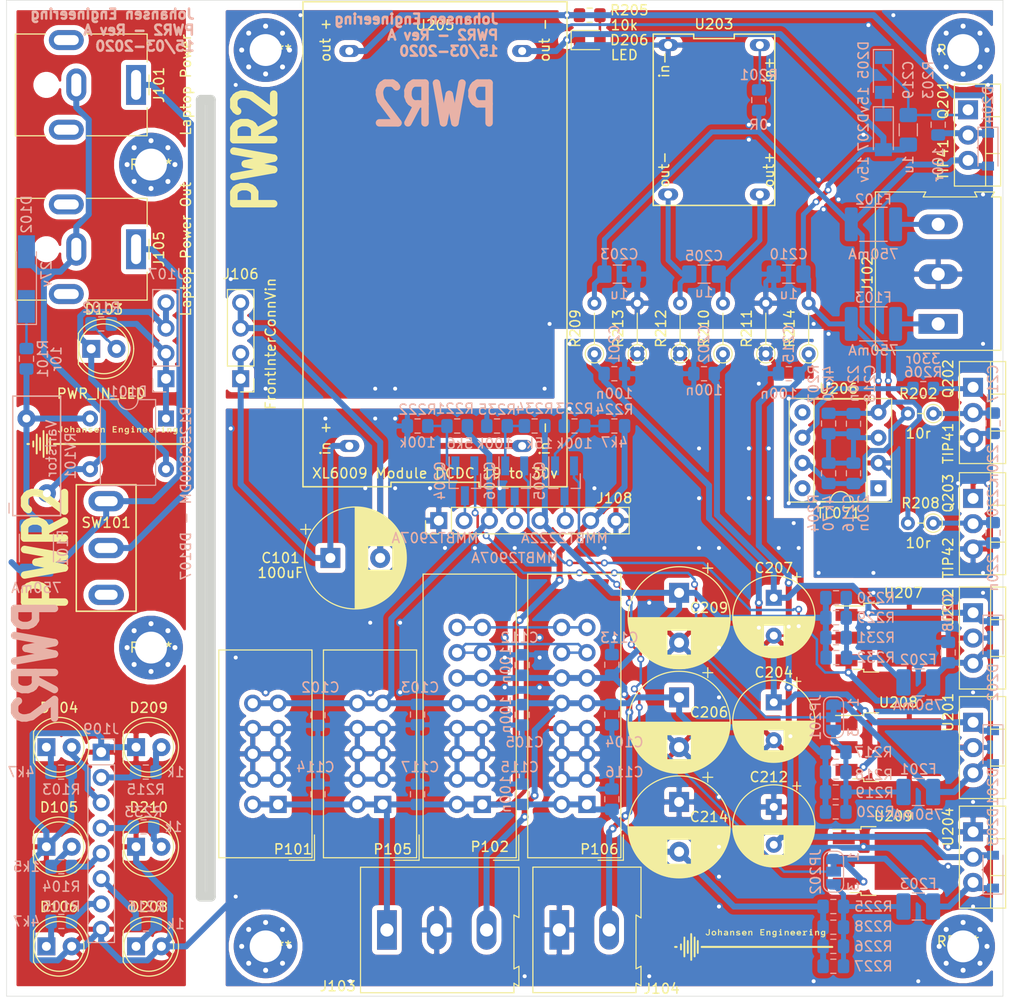
<source format=kicad_pcb>
(kicad_pcb (version 20171130) (host pcbnew "(5.1.5)-3")
  (title_block (title "Euro Power Supply Mk2") (date 2020-03-16) (rev "Rev A") (company "Johansen Engineering"))
  (layers (0 F.Cu signal) (31 B.Cu signal) (34 B.Paste user) (35 F.Paste user) (36 B.SilkS user) (37 F.SilkS user) (38 B.Mask user) (39 F.Mask user) (44 Edge.Cuts user))
  (net 0 "")
  (net 1 GND)
  (net 2 +5V)
  (net 3 "Net-(D103-Pad2)")
  (net 4 Vin-Neg19)
  (net 5 Vin-Pos19)
  (net 6 +12V)
  (net 7 -12V)
  (net 8 +15V)
  (net 9 +7.5V)
  (net 10 VinGND)
  (net 11 Vin+15)
  (net 12 /VoltageRegulation/7V)
  (net 13 /VoltageRegulation/GND-7V)
  (net 14 5Vreg)
  (net 15 Vin-15)
  (net 16 -15V)
  (net 17 "Net-(C216-Pad2)")
  (net 18 "Net-(C217-Pad1)")
  (net 19 "Net-(C219-Pad1)")
  (net 20 "Net-(C220-Pad2)")
  (net 21 "Net-(D101-Pad4)")
  (net 22 /DCSleeve)
  (net 23 "Net-(D102-Pad1)")
  (net 24 "Net-(D104-Pad1)")
  (net 25 "Net-(D105-Pad2)")
  (net 26 "Net-(D106-Pad1)")
  (net 27 12Vreg)
  (net 28 -12Vreg)
  (net 29 DCDC+)
  (net 30 "Net-(D205-Pad2)")
  (net 31 "Net-(D206-Pad2)")
  (net 32 "Net-(D208-Pad1)")
  (net 33 "Net-(D209-Pad2)")
  (net 34 "Net-(D210-Pad2)")
  (net 35 "Net-(F101-Pad1)")
  (net 36 "Net-(F102-Pad2)")
  (net 37 "Net-(F103-Pad1)")
  (net 38 "Net-(F201-Pad2)")
  (net 39 "Net-(F202-Pad2)")
  (net 40 "Net-(F203-Pad2)")
  (net 41 "Net-(J101-Pad1)")
  (net 42 CV)
  (net 43 Gate)
  (net 44 "Net-(Q202-Pad1)")
  (net 45 "Net-(R201-Pad1)")
  (net 46 "Net-(R206-Pad2)")
  (net 47 "Net-(JP201-Pad2)")
  (net 48 "Net-(JP202-Pad2)")
  (net 49 /VoltageRegulation/b5)
  (net 50 /VoltageRegulation/b4)
  (net 51 "Net-(Q206-Pad1)")
  (net 52 I-12)
  (net 53 I+12)
  (net 54 I+5)
  (module MountingHole:MountingHole_3.2mm_M3_Pad_Via (layer F.Cu) (at 64.5 115)
    (fp_text reference REF** (at 0 0) (layer F.SilkS))
    (fp_text value MountingHole_3.2mm_M3_Pad_Via)
    (pad 1 thru_hole circle (at 1.697056 -1.697056) (size 0.8 0.8) (drill 0.5) (layers *.Cu *.Mask))
    (pad 1 thru_hole circle (at 0 -2.4) (size 0.8 0.8) (drill 0.5) (layers *.Cu *.Mask))
    (pad 1 thru_hole circle (at -1.697056 -1.697056) (size 0.8 0.8) (drill 0.5) (layers *.Cu *.Mask))
    (pad 1 thru_hole circle (at -2.4 0) (size 0.8 0.8) (drill 0.5) (layers *.Cu *.Mask))
    (pad 1 thru_hole circle (at -1.697056 1.697056) (size 0.8 0.8) (drill 0.5) (layers *.Cu *.Mask))
    (pad 1 thru_hole circle (at 0 2.4) (size 0.8 0.8) (drill 0.5) (layers *.Cu *.Mask))
    (pad 1 thru_hole circle (at 1.697056 1.697056) (size 0.8 0.8) (drill 0.5) (layers *.Cu *.Mask))
    (pad 1 thru_hole circle (at 2.4 0) (size 0.8 0.8) (drill 0.5) (layers *.Cu *.Mask))
    (pad 1 thru_hole circle (at 0 0) (size 6.4 6.4) (drill 3.2) (layers *.Cu *.Mask))
  )
  (module MountingHole:MountingHole_3.2mm_M3_Pad_Via (layer F.Cu) (at 64.5 66.5)
    (fp_text reference REF** (at 0 0) (layer F.SilkS))
    (fp_text value MountingHole_3.2mm_M3_Pad_Via)
    (pad 1 thru_hole circle (at 0 0) (size 6.4 6.4) (drill 3.2) (layers *.Cu *.Mask))
    (pad 1 thru_hole circle (at 2.4 0) (size 0.8 0.8) (drill 0.5) (layers *.Cu *.Mask))
    (pad 1 thru_hole circle (at 1.697056 1.697056) (size 0.8 0.8) (drill 0.5) (layers *.Cu *.Mask))
    (pad 1 thru_hole circle (at 0 2.4) (size 0.8 0.8) (drill 0.5) (layers *.Cu *.Mask))
    (pad 1 thru_hole circle (at -1.697056 1.697056) (size 0.8 0.8) (drill 0.5) (layers *.Cu *.Mask))
    (pad 1 thru_hole circle (at -2.4 0) (size 0.8 0.8) (drill 0.5) (layers *.Cu *.Mask))
    (pad 1 thru_hole circle (at -1.697056 -1.697056) (size 0.8 0.8) (drill 0.5) (layers *.Cu *.Mask))
    (pad 1 thru_hole circle (at 0 -2.4) (size 0.8 0.8) (drill 0.5) (layers *.Cu *.Mask))
    (pad 1 thru_hole circle (at 1.697056 -1.697056) (size 0.8 0.8) (drill 0.5) (layers *.Cu *.Mask))
  )
  (module MountingHole:MountingHole_3.2mm_M3_Pad_Via (layer F.Cu) (at 146 55)
    (fp_text reference REF** (at -0.5 0) (layer F.SilkS))
    (fp_text value MountingHole_3.2mm_M3_Pad_Via)
    (pad 1 thru_hole circle (at 1.697056 -1.697056) (size 0.8 0.8) (drill 0.5) (layers *.Cu *.Mask))
    (pad 1 thru_hole circle (at 0 -2.4) (size 0.8 0.8) (drill 0.5) (layers *.Cu *.Mask))
    (pad 1 thru_hole circle (at -1.697056 -1.697056) (size 0.8 0.8) (drill 0.5) (layers *.Cu *.Mask))
    (pad 1 thru_hole circle (at -2.4 0) (size 0.8 0.8) (drill 0.5) (layers *.Cu *.Mask))
    (pad 1 thru_hole circle (at -1.697056 1.697056) (size 0.8 0.8) (drill 0.5) (layers *.Cu *.Mask))
    (pad 1 thru_hole circle (at 0 2.4) (size 0.8 0.8) (drill 0.5) (layers *.Cu *.Mask))
    (pad 1 thru_hole circle (at 1.697056 1.697056) (size 0.8 0.8) (drill 0.5) (layers *.Cu *.Mask))
    (pad 1 thru_hole circle (at 2.4 0) (size 0.8 0.8) (drill 0.5) (layers *.Cu *.Mask))
    (pad 1 thru_hole circle (at 0 0) (size 6.4 6.4) (drill 3.2) (layers *.Cu *.Mask))
  )
  (module MountingHole:MountingHole_3.2mm_M3_Pad_Via (layer F.Cu) (at 146 145)
    (fp_text reference REF** (at -0.5 -0.5) (layer F.SilkS))
    (fp_text value MountingHole_3.2mm_M3_Pad_Via)
    (pad 1 thru_hole circle (at 1.697056 -1.697056) (size 0.8 0.8) (drill 0.5) (layers *.Cu *.Mask))
    (pad 1 thru_hole circle (at 0 -2.4) (size 0.8 0.8) (drill 0.5) (layers *.Cu *.Mask))
    (pad 1 thru_hole circle (at -1.697056 -1.697056) (size 0.8 0.8) (drill 0.5) (layers *.Cu *.Mask))
    (pad 1 thru_hole circle (at -2.4 0) (size 0.8 0.8) (drill 0.5) (layers *.Cu *.Mask))
    (pad 1 thru_hole circle (at -1.697056 1.697056) (size 0.8 0.8) (drill 0.5) (layers *.Cu *.Mask))
    (pad 1 thru_hole circle (at 0 2.4) (size 0.8 0.8) (drill 0.5) (layers *.Cu *.Mask))
    (pad 1 thru_hole circle (at 1.697056 1.697056) (size 0.8 0.8) (drill 0.5) (layers *.Cu *.Mask))
    (pad 1 thru_hole circle (at 2.4 0) (size 0.8 0.8) (drill 0.5) (layers *.Cu *.Mask))
    (pad 1 thru_hole circle (at 0 0) (size 6.4 6.4) (drill 3.2) (layers *.Cu *.Mask))
  )
  (module MountingHole:MountingHole_3.2mm_M3_Pad_Via (layer F.Cu) (at 76 145)
    (fp_text reference REF** (at 0.5 0) (layer F.SilkS))
    (fp_text value MountingHole_3.2mm_M3_Pad_Via)
    (pad 1 thru_hole circle (at 1.697056 -1.697056) (size 0.8 0.8) (drill 0.5) (layers *.Cu *.Mask))
    (pad 1 thru_hole circle (at 0 -2.4) (size 0.8 0.8) (drill 0.5) (layers *.Cu *.Mask))
    (pad 1 thru_hole circle (at -1.697056 -1.697056) (size 0.8 0.8) (drill 0.5) (layers *.Cu *.Mask))
    (pad 1 thru_hole circle (at -2.4 0) (size 0.8 0.8) (drill 0.5) (layers *.Cu *.Mask))
    (pad 1 thru_hole circle (at -1.697056 1.697056) (size 0.8 0.8) (drill 0.5) (layers *.Cu *.Mask))
    (pad 1 thru_hole circle (at 0 2.4) (size 0.8 0.8) (drill 0.5) (layers *.Cu *.Mask))
    (pad 1 thru_hole circle (at 1.697056 1.697056) (size 0.8 0.8) (drill 0.5) (layers *.Cu *.Mask))
    (pad 1 thru_hole circle (at 2.4 0) (size 0.8 0.8) (drill 0.5) (layers *.Cu *.Mask))
    (pad 1 thru_hole circle (at 0 0) (size 6.4 6.4) (drill 3.2) (layers *.Cu *.Mask))
  )
  (module MountingHole:MountingHole_3.2mm_M3_Pad_Via (layer F.Cu) (at 76 55)
    (fp_text reference REF** (at 0.5 0) (layer F.SilkS))
    (fp_text value MountingHole_3.2mm_M3_Pad_Via)
    (pad 1 thru_hole circle (at 1.697056 -1.697056) (size 0.8 0.8) (drill 0.5) (layers *.Cu *.Mask))
    (pad 1 thru_hole circle (at 0 -2.4) (size 0.8 0.8) (drill 0.5) (layers *.Cu *.Mask))
    (pad 1 thru_hole circle (at -1.697056 -1.697056) (size 0.8 0.8) (drill 0.5) (layers *.Cu *.Mask))
    (pad 1 thru_hole circle (at -2.4 0) (size 0.8 0.8) (drill 0.5) (layers *.Cu *.Mask))
    (pad 1 thru_hole circle (at -1.697056 1.697056) (size 0.8 0.8) (drill 0.5) (layers *.Cu *.Mask))
    (pad 1 thru_hole circle (at 0 2.4) (size 0.8 0.8) (drill 0.5) (layers *.Cu *.Mask))
    (pad 1 thru_hole circle (at 1.697056 1.697056) (size 0.8 0.8) (drill 0.5) (layers *.Cu *.Mask))
    (pad 1 thru_hole circle (at 2.4 0) (size 0.8 0.8) (drill 0.5) (layers *.Cu *.Mask))
    (pad 1 thru_hole circle (at 0 0) (size 6.4 6.4) (drill 3.2) (layers *.Cu *.Mask))
  )
  (module AJ:Johansen_engineering_logo_20mm (layer F.Cu) (at 60 94.5)
    (fp_text reference G*** hide)
    (fp_text value LOGO hide)
  )
  (module AJ:Johansen_engineering_logo_20mm (layer F.Cu) (at 125 145)
    (fp_text reference G*** hide)
    (fp_text value LOGO hide)
  )
  (module Capacitor_THT:CP_Radial_D10.0mm_P5.00mm (layer F.Cu) (at 82.5 106)
    (fp_text reference C101 (at -5 0 -180) (layer F.SilkS))
    (fp_text value 100uF (at -5 1.5 -180) (layer F.SilkS))
    (pad 2 thru_hole circle (at 5 0) (size 2 2) (drill 1) (layers *.Cu *.Mask) (net 4 Vin-Neg19))
    (pad 1 thru_hole rect (at 0 0) (size 2 2) (drill 1) (layers *.Cu *.Mask) (net 5 Vin-Pos19))
  )
  (module Capacitor_SMD:C_0805_2012Metric_Pad1.15x1.40mm_HandSolder (layer B.Cu) (at 81.25 121.784999 90)
    (fp_text reference C102 (at 2.784999 0.25 180) (layer B.SilkS) (effects (justify mirror)))
    (fp_text value 100n)
    (pad 2 smd roundrect (at 1.025 0 90) (size 1.15 1.4) (layers B.Cu B.Paste B.Mask) (roundrect_rratio 0.217391) (net 6 +12V))
    (pad 1 smd roundrect (at -1.025 0 90) (size 1.15 1.4) (layers B.Cu B.Paste B.Mask) (roundrect_rratio 0.217391) (net 1 GND))
  )
  (module Capacitor_SMD:C_0805_2012Metric_Pad1.15x1.40mm_HandSolder (layer B.Cu) (at 91.25 121.725 90)
    (fp_text reference C103 (at 2.725 0.25 180) (layer B.SilkS) (effects (justify mirror)))
    (fp_text value 100n)
    (pad 2 smd roundrect (at 1.025 0 90) (size 1.15 1.4) (layers B.Cu B.Paste B.Mask) (roundrect_rratio 0.217391) (net 6 +12V))
    (pad 1 smd roundrect (at -1.025 0 90) (size 1.15 1.4) (layers B.Cu B.Paste B.Mask) (roundrect_rratio 0.217391) (net 1 GND))
  )
  (module Capacitor_SMD:C_0805_2012Metric_Pad1.15x1.40mm_HandSolder (layer B.Cu) (at 110.75 121.725 90)
    (fp_text reference C104 (at -2.775 1.25 180) (layer B.SilkS) (effects (justify mirror)))
    (fp_text value 100n)
    (pad 1 smd roundrect (at -1.025 0 90) (size 1.15 1.4) (layers B.Cu B.Paste B.Mask) (roundrect_rratio 0.217391) (net 1 GND))
    (pad 2 smd roundrect (at 1.025 0 90) (size 1.15 1.4) (layers B.Cu B.Paste B.Mask) (roundrect_rratio 0.217391) (net 6 +12V))
  )
  (module Capacitor_SMD:C_0805_2012Metric_Pad1.15x1.40mm_HandSolder (layer B.Cu) (at 101.75 121.75 90)
    (fp_text reference C105 (at -2.75 0.25 180) (layer B.SilkS) (effects (justify mirror)))
    (fp_text value 100n (at 0 -1.65 90) (layer B.SilkS) (effects (justify mirror)))
    (pad 2 smd roundrect (at 1.025 0 90) (size 1.15 1.4) (layers B.Cu B.Paste B.Mask) (roundrect_rratio 0.217391) (net 6 +12V))
    (pad 1 smd roundrect (at -1.025 0 90) (size 1.15 1.4) (layers B.Cu B.Paste B.Mask) (roundrect_rratio 0.217391) (net 1 GND))
  )
  (module Capacitor_SMD:C_0805_2012Metric_Pad1.15x1.40mm_HandSolder (layer B.Cu) (at 101.75 116.75 90)
    (fp_text reference C112 (at 2.75 -0.25 180) (layer B.SilkS) (effects (justify mirror)))
    (fp_text value 100n (at 0 -1.65 90) (layer B.SilkS) (effects (justify mirror)))
    (pad 1 smd roundrect (at -1.025 0 90) (size 1.15 1.4) (layers B.Cu B.Paste B.Mask) (roundrect_rratio 0.217391) (net 2 +5V))
    (pad 2 smd roundrect (at 1.025 0 90) (size 1.15 1.4) (layers B.Cu B.Paste B.Mask) (roundrect_rratio 0.217391) (net 1 GND))
  )
  (module Capacitor_SMD:C_0805_2012Metric_Pad1.15x1.40mm_HandSolder (layer B.Cu) (at 110.75 116.725 90)
    (fp_text reference C113 (at 2.725 0.75 180) (layer B.SilkS) (effects (justify mirror)))
    (fp_text value 100n)
    (pad 2 smd roundrect (at 1.025 0 90) (size 1.15 1.4) (layers B.Cu B.Paste B.Mask) (roundrect_rratio 0.217391) (net 1 GND))
    (pad 1 smd roundrect (at -1.025 0 90) (size 1.15 1.4) (layers B.Cu B.Paste B.Mask) (roundrect_rratio 0.217391) (net 2 +5V))
  )
  (module Capacitor_SMD:C_0805_2012Metric_Pad1.15x1.40mm_HandSolder (layer B.Cu) (at 81.25 129.725 90)
    (fp_text reference C114 (at 2.725 -0.25 180) (layer B.SilkS) (effects (justify mirror)))
    (fp_text value 100n)
    (pad 1 smd roundrect (at -1.025 0 90) (size 1.15 1.4) (layers B.Cu B.Paste B.Mask) (roundrect_rratio 0.217391) (net 7 -12V))
    (pad 2 smd roundrect (at 1.025 0 90) (size 1.15 1.4) (layers B.Cu B.Paste B.Mask) (roundrect_rratio 0.217391) (net 1 GND))
  )
  (module Capacitor_SMD:C_0805_2012Metric_Pad1.15x1.40mm_HandSolder (layer B.Cu) (at 101.75 129.725 90)
    (fp_text reference C115 (at 2.725 -0.25 180) (layer B.SilkS) (effects (justify mirror)))
    (fp_text value 100n (at 0 -1.65 90) (layer B.SilkS) (effects (justify mirror)))
    (pad 1 smd roundrect (at -1.025 0 90) (size 1.15 1.4) (layers B.Cu B.Paste B.Mask) (roundrect_rratio 0.217391) (net 7 -12V))
    (pad 2 smd roundrect (at 1.025 0 90) (size 1.15 1.4) (layers B.Cu B.Paste B.Mask) (roundrect_rratio 0.217391) (net 1 GND))
  )
  (module Capacitor_SMD:C_0805_2012Metric_Pad1.15x1.40mm_HandSolder (layer B.Cu) (at 110.75 130.225 90)
    (fp_text reference C116 (at 2.725 1.25 180) (layer B.SilkS) (effects (justify mirror)))
    (fp_text value 100n)
    (pad 1 smd roundrect (at -1.025 0 90) (size 1.15 1.4) (layers B.Cu B.Paste B.Mask) (roundrect_rratio 0.217391) (net 7 -12V))
    (pad 2 smd roundrect (at 1.025 0 90) (size 1.15 1.4) (layers B.Cu B.Paste B.Mask) (roundrect_rratio 0.217391) (net 1 GND))
  )
  (module Capacitor_SMD:C_0805_2012Metric_Pad1.15x1.40mm_HandSolder (layer B.Cu) (at 91.25 129.725 90)
    (fp_text reference C117 (at 2.725 0.25 180) (layer B.SilkS) (effects (justify mirror)))
    (fp_text value 100n)
    (pad 1 smd roundrect (at -1.025 0 90) (size 1.15 1.4) (layers B.Cu B.Paste B.Mask) (roundrect_rratio 0.217391) (net 7 -12V))
    (pad 2 smd roundrect (at 1.025 0 90) (size 1.15 1.4) (layers B.Cu B.Paste B.Mask) (roundrect_rratio 0.217391) (net 1 GND))
  )
  (module Capacitor_SMD:C_0805_2012Metric_Pad1.15x1.40mm_HandSolder (layer B.Cu) (at 111 87.5)
    (fp_text reference C201 (at 0 -3 90) (layer B.SilkS) (effects (justify mirror)))
    (fp_text value 100n (at 0 2) (layer B.SilkS) (effects (justify mirror)))
    (pad 2 smd roundrect (at 1.025 0) (size 1.15 1.4) (layers B.Cu B.Paste B.Mask) (roundrect_rratio 0.217391) (net 1 GND))
    (pad 1 smd roundrect (at -1.025 0) (size 1.15 1.4) (layers B.Cu B.Paste B.Mask) (roundrect_rratio 0.217391) (net 8 +15V))
  )
  (module Capacitor_SMD:C_0805_2012Metric_Pad1.15x1.40mm_HandSolder (layer B.Cu) (at 120 87.5 180)
    (fp_text reference C202 (at 0 3 90) (layer B.SilkS) (effects (justify mirror)))
    (fp_text value 100n (at 0 -1.65) (layer B.SilkS) (effects (justify mirror)))
    (pad 1 smd roundrect (at -1.025 0 180) (size 1.15 1.4) (layers B.Cu B.Paste B.Mask) (roundrect_rratio 0.217391) (net 9 +7.5V))
    (pad 2 smd roundrect (at 1.025 0 180) (size 1.15 1.4) (layers B.Cu B.Paste B.Mask) (roundrect_rratio 0.217391) (net 1 GND))
  )
  (module Capacitor_SMD:C_1206_3216Metric_Pad1.42x1.75mm_HandSolder (layer B.Cu) (at 111.4875 77.5)
    (fp_text reference C203 (at 0.0125 -2) (layer B.SilkS) (effects (justify mirror)))
    (fp_text value 1u (at 0 2) (layer B.SilkS) (effects (justify mirror)))
    (pad 2 smd roundrect (at 1.4875 0) (size 1.425 1.75) (layers B.Cu B.Paste B.Mask) (roundrect_rratio 0.175439) (net 10 VinGND))
    (pad 1 smd roundrect (at -1.4875 0) (size 1.425 1.75) (layers B.Cu B.Paste B.Mask) (roundrect_rratio 0.175439) (net 11 Vin+15))
  )
  (module Capacitor_THT:CP_Radial_D8.0mm_P3.80mm (layer F.Cu) (at 127 120.5 270)
    (fp_text reference C204 (at -3 0 180) (layer F.SilkS))
    (fp_text value 1000uF)
    (pad 1 thru_hole rect (at 0 0 270) (size 1.6 1.6) (drill 0.8) (layers *.Cu *.Mask) (net 8 +15V))
    (pad 2 thru_hole circle (at 3.8 0 270) (size 1.6 1.6) (drill 0.8) (layers *.Cu *.Mask) (net 1 GND))
  )
  (module Capacitor_SMD:C_1206_3216Metric_Pad1.42x1.75mm_HandSolder (layer B.Cu) (at 120 77.5 180)
    (fp_text reference C205 (at 0 1.82) (layer B.SilkS) (effects (justify mirror)))
    (fp_text value 1u (at 0 -1.82) (layer B.SilkS) (effects (justify mirror)))
    (pad 1 smd roundrect (at -1.4875 0 180) (size 1.425 1.75) (layers B.Cu B.Paste B.Mask) (roundrect_rratio 0.175439) (net 12 /VoltageRegulation/7V))
    (pad 2 smd roundrect (at 1.4875 0 180) (size 1.425 1.75) (layers B.Cu B.Paste B.Mask) (roundrect_rratio 0.175439) (net 13 /VoltageRegulation/GND-7V))
  )
  (module Capacitor_THT:CP_Radial_D10.0mm_P5.00mm (layer F.Cu) (at 117.5 120 270)
    (fp_text reference C206 (at 1.5 -3 180) (layer F.SilkS))
    (fp_text value 1000uF)
    (pad 1 thru_hole rect (at 0 0 270) (size 2 2) (drill 1) (layers *.Cu *.Mask) (net 6 +12V))
    (pad 2 thru_hole circle (at 5 0 270) (size 2 2) (drill 1) (layers *.Cu *.Mask) (net 1 GND))
  )
  (module Capacitor_THT:CP_Radial_D8.0mm_P3.80mm (layer F.Cu) (at 127 110 270)
    (fp_text reference C207 (at -3 0 180) (layer F.SilkS))
    (fp_text value 1000uF)
    (pad 1 thru_hole rect (at 0 0 270) (size 1.6 1.6) (drill 0.8) (layers *.Cu *.Mask) (net 9 +7.5V))
    (pad 2 thru_hole circle (at 3.8 0 270) (size 1.6 1.6) (drill 0.8) (layers *.Cu *.Mask) (net 1 GND))
  )
  (module Capacitor_SMD:C_0805_2012Metric_Pad1.15x1.40mm_HandSolder (layer B.Cu) (at 144.5 115.5 90)
    (fp_text reference C208 (at 4 0 90) (layer B.SilkS) (effects (justify mirror)))
    (fp_text value 100n)
    (pad 2 smd roundrect (at 1.025 0 90) (size 1.15 1.4) (layers B.Cu B.Paste B.Mask) (roundrect_rratio 0.217391) (net 1 GND))
    (pad 1 smd roundrect (at -1.025 0 90) (size 1.15 1.4) (layers B.Cu B.Paste B.Mask) (roundrect_rratio 0.217391) (net 14 5Vreg))
  )
  (module Capacitor_THT:CP_Radial_D10.0mm_P5.00mm (layer F.Cu) (at 117.5 109.5 270)
    (fp_text reference C209 (at 1.5 -3 180) (layer F.SilkS))
    (fp_text value 1000uF)
    (pad 2 thru_hole circle (at 5 0 270) (size 2 2) (drill 1) (layers *.Cu *.Mask) (net 1 GND))
    (pad 1 thru_hole rect (at 0 0 270) (size 2 2) (drill 1) (layers *.Cu *.Mask) (net 2 +5V))
  )
  (module Capacitor_SMD:C_1206_3216Metric_Pad1.42x1.75mm_HandSolder (layer B.Cu) (at 128.4875 77.5)
    (fp_text reference C210 (at 0.0125 -2) (layer B.SilkS) (effects (justify mirror)))
    (fp_text value 1u (at 0.0125 2) (layer B.SilkS) (effects (justify mirror)))
    (pad 1 smd roundrect (at -1.4875 0) (size 1.425 1.75) (layers B.Cu B.Paste B.Mask) (roundrect_rratio 0.175439) (net 10 VinGND))
    (pad 2 smd roundrect (at 1.4875 0) (size 1.425 1.75) (layers B.Cu B.Paste B.Mask) (roundrect_rratio 0.175439) (net 15 Vin-15))
  )
  (module Capacitor_THT:CP_Radial_D8.0mm_P3.80mm (layer F.Cu) (at 127 131 270)
    (fp_text reference C212 (at -3 0.5 180) (layer F.SilkS))
    (fp_text value 1000uF)
    (pad 2 thru_hole circle (at 3.8 0 270) (size 1.6 1.6) (drill 0.8) (layers *.Cu *.Mask) (net 16 -15V))
    (pad 1 thru_hole rect (at 0 0 270) (size 1.6 1.6) (drill 0.8) (layers *.Cu *.Mask) (net 1 GND))
  )
  (module Capacitor_THT:CP_Radial_D10.0mm_P5.00mm (layer F.Cu) (at 117.5 130.5 270)
    (fp_text reference C214 (at 1.5 -3 180) (layer F.SilkS))
    (fp_text value 1000uF)
    (pad 1 thru_hole rect (at 0 0 270) (size 2 2) (drill 1) (layers *.Cu *.Mask) (net 1 GND))
    (pad 2 thru_hole circle (at 5 0 270) (size 2 2) (drill 1) (layers *.Cu *.Mask) (net 7 -12V))
  )
  (module Capacitor_SMD:C_0805_2012Metric_Pad1.15x1.40mm_HandSolder (layer B.Cu) (at 128.5 87.5)
    (fp_text reference C215 (at 0 -3 90) (layer B.SilkS) (effects (justify mirror)))
    (fp_text value 100n (at -1 2) (layer B.SilkS) (effects (justify mirror)))
    (pad 2 smd roundrect (at 1.025 0) (size 1.15 1.4) (layers B.Cu B.Paste B.Mask) (roundrect_rratio 0.217391) (net 16 -15V))
    (pad 1 smd roundrect (at -1.025 0) (size 1.15 1.4) (layers B.Cu B.Paste B.Mask) (roundrect_rratio 0.217391) (net 1 GND))
  )
  (module Capacitor_SMD:C_0805_2012Metric_Pad1.15x1.40mm_HandSolder (layer B.Cu) (at 135 97.5 90)
    (fp_text reference C216 (at -4 -0.5 90) (layer B.SilkS) (effects (justify mirror)))
    (fp_text value 220n (at -4 1 90) (layer B.SilkS) (effects (justify mirror)))
    (pad 2 smd roundrect (at 1.025 0 90) (size 1.15 1.4) (layers B.Cu B.Paste B.Mask) (roundrect_rratio 0.217391) (net 17 "Net-(C216-Pad2)"))
    (pad 1 smd roundrect (at -1.025 0 90) (size 1.15 1.4) (layers B.Cu B.Paste B.Mask) (roundrect_rratio 0.217391) (net 11 Vin+15))
  )
  (module Capacitor_SMD:C_0805_2012Metric_Pad1.15x1.40mm_HandSolder (layer B.Cu) (at 149 92.475 270)
    (fp_text reference C217 (at -3.975 0 90) (layer B.SilkS) (effects (justify mirror)))
    (fp_text value 220n (at 4 0 90) (layer B.SilkS) (effects (justify mirror)))
    (pad 1 smd roundrect (at -1.025 0 270) (size 1.15 1.4) (layers B.Cu B.Paste B.Mask) (roundrect_rratio 0.217391) (net 18 "Net-(C217-Pad1)"))
    (pad 2 smd roundrect (at 1.025 0 270) (size 1.15 1.4) (layers B.Cu B.Paste B.Mask) (roundrect_rratio 0.217391) (net 10 VinGND))
  )
  (module Capacitor_SMD:C_0805_2012Metric_Pad1.15x1.40mm_HandSolder (layer B.Cu) (at 135 92.525 90)
    (fp_text reference C218 (at 4.025 1.65 90) (layer B.SilkS) (effects (justify mirror)))
    (fp_text value 220n (at 4.025 0 90) (layer B.SilkS) (effects (justify mirror)))
    (pad 1 smd roundrect (at -1.025 0 90) (size 1.15 1.4) (layers B.Cu B.Paste B.Mask) (roundrect_rratio 0.217391) (net 17 "Net-(C216-Pad2)"))
    (pad 2 smd roundrect (at 1.025 0 90) (size 1.15 1.4) (layers B.Cu B.Paste B.Mask) (roundrect_rratio 0.217391) (net 15 Vin-15))
  )
  (module Capacitor_SMD:C_1206_3216Metric_Pad1.42x1.75mm_HandSolder (layer B.Cu) (at 140.5 63.0125 270)
    (fp_text reference C219 (at -5.0125 0 90) (layer B.SilkS) (effects (justify mirror)))
    (fp_text value 1u (at 3.4875 0 90) (layer B.SilkS) (effects (justify mirror)))
    (pad 2 smd roundrect (at 1.4875 0 270) (size 1.425 1.75) (layers B.Cu B.Paste B.Mask) (roundrect_rratio 0.175439) (net 15 Vin-15))
    (pad 1 smd roundrect (at -1.4875 0 270) (size 1.425 1.75) (layers B.Cu B.Paste B.Mask) (roundrect_rratio 0.175439) (net 19 "Net-(C219-Pad1)"))
  )
  (module Capacitor_SMD:C_0805_2012Metric_Pad1.15x1.40mm_HandSolder (layer B.Cu) (at 149 103.475 90)
    (fp_text reference C220 (at 3.5 0 90) (layer B.SilkS) (effects (justify mirror)))
    (fp_text value 220n (at -4.025 0 90) (layer B.SilkS) (effects (justify mirror)))
    (pad 2 smd roundrect (at 1.025 0 90) (size 1.15 1.4) (layers B.Cu B.Paste B.Mask) (roundrect_rratio 0.217391) (net 20 "Net-(C220-Pad2)"))
    (pad 1 smd roundrect (at -1.025 0 90) (size 1.15 1.4) (layers B.Cu B.Paste B.Mask) (roundrect_rratio 0.217391) (net 10 VinGND))
  )
  (module Diode_THT:Diode_Bridge_DIP-4_W7.62mm_P5.08mm (layer B.Cu) (at 66 92 180)
    (fp_text reference D101 (at 3.8 2.7) (layer B.SilkS) (effects (justify mirror)))
    (fp_text value "B125C800DM - DB107" (at -2 -7.5 90) (layer B.SilkS) (effects (justify mirror)))
    (pad 4 thru_hole oval (at 7.62 0 180) (size 1.6 1.6) (drill 0.8) (layers *.Cu *.Mask) (net 21 "Net-(D101-Pad4)"))
    (pad 2 thru_hole oval (at 0 -5.08 180) (size 1.6 1.6) (drill 0.8) (layers *.Cu *.Mask) (net 4 Vin-Neg19))
    (pad 3 thru_hole oval (at 7.62 -5.08 180) (size 1.6 1.6) (drill 0.8) (layers *.Cu *.Mask) (net 22 /DCSleeve))
    (pad 1 thru_hole rect (at 0 0 180) (size 1.6 1.6) (drill 0.8) (layers *.Cu *.Mask) (net 5 Vin-Pos19))
  )
  (module Diode_SMD:D_MiniMELF_Handsoldering (layer B.Cu) (at 52 78 90)
    (fp_text reference D102 (at 6.5 0 -90) (layer B.SilkS) (effects (justify mirror)))
    (fp_text value 27v (at 0.5 2 90) (layer B.SilkS) (effects (justify mirror)))
    (pad 1 smd rect (at -2.75 0 90) (size 3.3 1.7) (layers B.Cu B.Paste B.Mask) (net 23 "Net-(D102-Pad1)"))
    (pad 2 smd rect (at 2.75 0 90) (size 3.3 1.7) (layers B.Cu B.Paste B.Mask) (net 22 /DCSleeve))
  )
  (module LED_THT:LED_D5.0mm (layer F.Cu) (at 58.5 85)
    (fp_text reference D103 (at 1.27 -3.96) (layer F.SilkS))
    (fp_text value PWR_IN_LED (at 1 4.5) (layer F.SilkS))
    (pad 1 thru_hole rect (at 0 0) (size 1.8 1.8) (drill 0.9) (layers *.Cu *.Mask) (net 4 Vin-Neg19))
    (pad 2 thru_hole circle (at 2.54 0) (size 1.8 1.8) (drill 0.9) (layers *.Cu *.Mask) (net 3 "Net-(D103-Pad2)"))
  )
  (module LED_THT:LED_D5.0mm (layer F.Cu) (at 54 125)
    (fp_text reference D104 (at 1.27 -3.96) (layer F.SilkS))
    (fp_text value LED)
    (pad 1 thru_hole rect (at 0 0) (size 1.8 1.8) (drill 0.9) (layers *.Cu *.Mask) (net 24 "Net-(D104-Pad1)"))
    (pad 2 thru_hole circle (at 2.54 0) (size 1.8 1.8) (drill 0.9) (layers *.Cu *.Mask) (net 6 +12V))
  )
  (module LED_THT:LED_D5.0mm (layer F.Cu) (at 54 135)
    (fp_text reference D105 (at 1.27 -3.96) (layer F.SilkS))
    (fp_text value LED)
    (pad 2 thru_hole circle (at 2.54 0) (size 1.8 1.8) (drill 0.9) (layers *.Cu *.Mask) (net 25 "Net-(D105-Pad2)"))
    (pad 1 thru_hole rect (at 0 0) (size 1.8 1.8) (drill 0.9) (layers *.Cu *.Mask) (net 1 GND))
  )
  (module LED_THT:LED_D5.0mm (layer F.Cu) (at 54 145)
    (fp_text reference D106 (at 1.27 -3.96) (layer F.SilkS))
    (fp_text value LED)
    (pad 1 thru_hole rect (at 0 0) (size 1.8 1.8) (drill 0.9) (layers *.Cu *.Mask) (net 26 "Net-(D106-Pad1)"))
    (pad 2 thru_hole circle (at 2.54 0) (size 1.8 1.8) (drill 0.9) (layers *.Cu *.Mask) (net 1 GND))
  )
  (module Diode_SMD:D_SOD-123 (layer B.Cu) (at 149 125 270)
    (fp_text reference D201 (at 4 0 90) (layer B.SilkS) (effects (justify mirror)))
    (fp_text value 1N4001)
    (pad 1 smd rect (at -1.65 0 270) (size 0.9 1.2) (layers B.Cu B.Paste B.Mask) (net 8 +15V))
    (pad 2 smd rect (at 1.65 0 270) (size 0.9 1.2) (layers B.Cu B.Paste B.Mask) (net 27 12Vreg))
  )
  (module Diode_SMD:D_SOD-123 (layer B.Cu) (at 149 114 270)
    (fp_text reference D202 (at 4.5 0 90) (layer B.SilkS) (effects (justify mirror)))
    (fp_text value 1N4001)
    (pad 1 smd rect (at -1.65 0 270) (size 0.9 1.2) (layers B.Cu B.Paste B.Mask) (net 9 +7.5V))
    (pad 2 smd rect (at 1.65 0 270) (size 0.9 1.2) (layers B.Cu B.Paste B.Mask) (net 14 5Vreg))
  )
  (module Diode_SMD:D_SOD-123 (layer B.Cu) (at 149 137.5 90)
    (fp_text reference D203 (at 4.5 0 90) (layer B.SilkS) (effects (justify mirror)))
    (fp_text value 1N4001)
    (pad 2 smd rect (at 1.65 0 90) (size 0.9 1.2) (layers B.Cu B.Paste B.Mask) (net 16 -15V))
    (pad 1 smd rect (at -1.65 0 90) (size 0.9 1.2) (layers B.Cu B.Paste B.Mask) (net 28 -12Vreg))
  )
  (module Diode_SMD:D_SOD-123 (layer B.Cu) (at 148.5 65 270)
    (fp_text reference D204 (at -4.5 0 90) (layer B.SilkS) (effects (justify mirror)))
    (fp_text value 1N4001)
    (pad 2 smd rect (at 1.65 0 270) (size 0.9 1.2) (layers B.Cu B.Paste B.Mask) (net 11 Vin+15))
    (pad 1 smd rect (at -1.65 0 270) (size 0.9 1.2) (layers B.Cu B.Paste B.Mask) (net 29 DCDC+))
  )
  (module Diode_SMD:D_MiniMELF (layer B.Cu) (at 138 57.5 270)
    (fp_text reference D205 (at -1.5 2 90) (layer B.SilkS) (effects (justify mirror)))
    (fp_text value 15v (at 2.5 2 90) (layer B.SilkS) (effects (justify mirror)))
    (pad 1 smd rect (at -1.75 0 270) (size 1.3 1.7) (layers B.Cu B.Paste B.Mask) (net 19 "Net-(C219-Pad1)"))
    (pad 2 smd rect (at 1.75 0 270) (size 1.3 1.7) (layers B.Cu B.Paste B.Mask) (net 30 "Net-(D205-Pad2)"))
  )
  (module LED_SMD:LED_0805_2012Metric_Pad1.15x1.40mm_HandSolder (layer F.Cu) (at 108.525 54)
    (fp_text reference D206 (at 3.975 0) (layer F.SilkS))
    (fp_text value LED (at 3.475 1.5) (layer F.SilkS))
    (pad 1 smd roundrect (at -1.025 0) (size 1.15 1.4) (layers F.Cu F.Paste F.Mask) (roundrect_rratio 0.217391) (net 15 Vin-15))
    (pad 2 smd roundrect (at 1.025 0) (size 1.15 1.4) (layers F.Cu F.Paste F.Mask) (roundrect_rratio 0.217391) (net 31 "Net-(D206-Pad2)"))
  )
  (module Diode_SMD:D_MiniMELF (layer B.Cu) (at 138 63.25 270)
    (fp_text reference D207 (at 0 2 90) (layer B.SilkS) (effects (justify mirror)))
    (fp_text value 15v (at 3.75 2 270) (layer B.SilkS) (effects (justify mirror)))
    (pad 2 smd rect (at 1.75 0 270) (size 1.3 1.7) (layers B.Cu B.Paste B.Mask) (net 15 Vin-15))
    (pad 1 smd rect (at -1.75 0 270) (size 1.3 1.7) (layers B.Cu B.Paste B.Mask) (net 30 "Net-(D205-Pad2)"))
  )
  (module LED_THT:LED_D5.0mm (layer F.Cu) (at 63 145)
    (fp_text reference D208 (at 1.27 -3.96) (layer F.SilkS))
    (fp_text value RED)
    (pad 1 thru_hole rect (at 0 0) (size 1.8 1.8) (drill 0.9) (layers *.Cu *.Mask) (net 32 "Net-(D208-Pad1)"))
    (pad 2 thru_hole circle (at 2.54 0) (size 1.8 1.8) (drill 0.9) (layers *.Cu *.Mask) (net 1 GND))
  )
  (module LED_THT:LED_D5.0mm (layer F.Cu) (at 63 125)
    (fp_text reference D209 (at 1.27 -3.96) (layer F.SilkS))
    (fp_text value RED)
    (pad 2 thru_hole circle (at 2.54 0) (size 1.8 1.8) (drill 0.9) (layers *.Cu *.Mask) (net 33 "Net-(D209-Pad2)"))
    (pad 1 thru_hole rect (at 0 0) (size 1.8 1.8) (drill 0.9) (layers *.Cu *.Mask) (net 1 GND))
  )
  (module LED_THT:LED_D5.0mm (layer F.Cu) (at 63 135)
    (fp_text reference D210 (at 1.27 -3.96) (layer F.SilkS))
    (fp_text value RED)
    (pad 2 thru_hole circle (at 2.54 0) (size 1.8 1.8) (drill 0.9) (layers *.Cu *.Mask) (net 34 "Net-(D210-Pad2)"))
    (pad 1 thru_hole rect (at 0 0) (size 1.8 1.8) (drill 0.9) (layers *.Cu *.Mask) (net 1 GND))
  )
  (module Fuse:Fuse_1812_4532Metric_Pad1.30x3.40mm_HandSolder (layer B.Cu) (at 53 105 90)
    (fp_text reference F101 (at 0 2.65 270) (layer B.SilkS) (effects (justify mirror)))
    (fp_text value 750mA (at -4 0) (layer B.SilkS) (effects (justify mirror)))
    (pad 1 smd roundrect (at -2.225 0 90) (size 1.3 3.4) (layers B.Cu B.Paste B.Mask) (roundrect_rratio 0.192308) (net 35 "Net-(F101-Pad1)"))
    (pad 2 smd roundrect (at 2.225 0 90) (size 1.3 3.4) (layers B.Cu B.Paste B.Mask) (roundrect_rratio 0.192308) (net 21 "Net-(D101-Pad4)"))
  )
  (module Fuse:Fuse_1812_4532Metric_Pad1.30x3.40mm_HandSolder (layer B.Cu) (at 137 72.5)
    (fp_text reference F102 (at 0 -2.5) (layer B.SilkS) (effects (justify mirror)))
    (fp_text value 750mA (at 0 3) (layer B.SilkS) (effects (justify mirror)))
    (pad 2 smd roundrect (at 2.225 0) (size 1.3 3.4) (layers B.Cu B.Paste B.Mask) (roundrect_rratio 0.192308) (net 36 "Net-(F102-Pad2)"))
    (pad 1 smd roundrect (at -2.225 0) (size 1.3 3.4) (layers B.Cu B.Paste B.Mask) (roundrect_rratio 0.192308) (net 11 Vin+15))
  )
  (module Fuse:Fuse_1812_4532Metric_Pad1.30x3.40mm_HandSolder (layer B.Cu) (at 137 82.5 180)
    (fp_text reference F103 (at 0 2.65) (layer B.SilkS) (effects (justify mirror)))
    (fp_text value 750mA (at 0 -2.65) (layer B.SilkS) (effects (justify mirror)))
    (pad 1 smd roundrect (at -2.225 0 180) (size 1.3 3.4) (layers B.Cu B.Paste B.Mask) (roundrect_rratio 0.192308) (net 37 "Net-(F103-Pad1)"))
    (pad 2 smd roundrect (at 2.225 0 180) (size 1.3 3.4) (layers B.Cu B.Paste B.Mask) (roundrect_rratio 0.192308) (net 15 Vin-15))
  )
  (module Fuse:Fuse_1210_3225Metric_Pad1.42x2.65mm_HandSolder (layer B.Cu) (at 141.5 129.5 180)
    (fp_text reference F201 (at 0 2.28) (layer B.SilkS) (effects (justify mirror)))
    (fp_text value 750mA (at 0 -2.28) (layer B.SilkS) (effects (justify mirror)))
    (pad 2 smd roundrect (at 1.4875 0 180) (size 1.425 2.65) (layers B.Cu B.Paste B.Mask) (roundrect_rratio 0.175439) (net 38 "Net-(F201-Pad2)"))
    (pad 1 smd roundrect (at -1.4875 0 180) (size 1.425 2.65) (layers B.Cu B.Paste B.Mask) (roundrect_rratio 0.175439) (net 27 12Vreg))
  )
  (module Fuse:Fuse_1210_3225Metric_Pad1.42x2.65mm_HandSolder (layer B.Cu) (at 141.5 118.5 180)
    (fp_text reference F202 (at 0 2.28) (layer B.SilkS) (effects (justify mirror)))
    (fp_text value 750mA (at 0 -2.28) (layer B.SilkS) (effects (justify mirror)))
    (pad 1 smd roundrect (at -1.4875 0 180) (size 1.425 2.65) (layers B.Cu B.Paste B.Mask) (roundrect_rratio 0.175439) (net 14 5Vreg))
    (pad 2 smd roundrect (at 1.4875 0 180) (size 1.425 2.65) (layers B.Cu B.Paste B.Mask) (roundrect_rratio 0.175439) (net 39 "Net-(F202-Pad2)"))
  )
  (module Fuse:Fuse_1210_3225Metric_Pad1.42x2.65mm_HandSolder (layer B.Cu) (at 141.5 141 180)
    (fp_text reference F203 (at 0 2.28) (layer B.SilkS) (effects (justify mirror)))
    (fp_text value 750mA)
    (pad 1 smd roundrect (at -1.4875 0 180) (size 1.425 2.65) (layers B.Cu B.Paste B.Mask) (roundrect_rratio 0.175439) (net 28 -12Vreg))
    (pad 2 smd roundrect (at 1.4875 0 180) (size 1.425 2.65) (layers B.Cu B.Paste B.Mask) (roundrect_rratio 0.175439) (net 40 "Net-(F203-Pad2)"))
  )
  (module Connector_BarrelJack:BarrelJack_CUI_PJ-063AH_Horizontal (layer F.Cu) (at 63 58.5 270)
    (fp_text reference J101 (at 0 -2.3 90) (layer F.SilkS))
    (fp_text value "Laptop Power" (at 0 -5 90) (layer F.SilkS))
    (pad "" np_thru_hole circle (at 0 9 270) (size 1.6 1.6) (drill 1.6) (layers *.Cu *.Mask))
    (pad MP thru_hole oval (at 4.5 7 270) (size 2 3.5) (drill oval 1 2.5) (layers *.Cu *.Mask))
    (pad MP thru_hole oval (at -4.5 7 270) (size 2 3.5) (drill oval 1 2.5) (layers *.Cu *.Mask))
    (pad 2 thru_hole oval (at 0 6 270) (size 3.3 2) (drill oval 2.3 1) (layers *.Cu *.Mask) (net 22 /DCSleeve))
    (pad 1 thru_hole rect (at 0 0 270) (size 4 2) (drill oval 3 1) (layers *.Cu *.Mask) (net 41 "Net-(J101-Pad1)"))
  )
  (module TerminalBlock:TerminalBlock_Altech_AK300-3_P5.00mm (layer F.Cu) (at 143.5 82.5 90)
    (fp_text reference J102 (at 5 -7.1 90) (layer F.SilkS))
    (fp_text value "+-15V thru")
    (pad 1 thru_hole rect (at 0 0 90) (size 1.98 3.96) (drill 1.32) (layers *.Cu *.Mask) (net 37 "Net-(F103-Pad1)"))
    (pad 2 thru_hole oval (at 5 0 90) (size 1.98 3.96) (drill 1.32) (layers *.Cu *.Mask) (net 10 VinGND))
    (pad 3 thru_hole oval (at 10 0 90) (size 1.98 3.96) (drill 1.32) (layers *.Cu *.Mask) (net 36 "Net-(F102-Pad2)"))
  )
  (module TerminalBlock:TerminalBlock_Altech_AK300-3_P5.00mm (layer F.Cu) (at 88.175001 143.355001)
    (fp_text reference J103 (at -4.925001 5.644999) (layer F.SilkS))
    (fp_text value "+-12v out")
    (pad 3 thru_hole oval (at 10 0) (size 1.98 3.96) (drill 1.32) (layers *.Cu *.Mask) (net 6 +12V))
    (pad 2 thru_hole oval (at 5 0) (size 1.98 3.96) (drill 1.32) (layers *.Cu *.Mask) (net 1 GND))
    (pad 1 thru_hole rect (at 0 0) (size 1.98 3.96) (drill 1.32) (layers *.Cu *.Mask) (net 7 -12V))
  )
  (module TerminalBlock:TerminalBlock_Altech_AK300-2_P5.00mm (layer F.Cu) (at 105.475001 143.345001)
    (fp_text reference J104 (at 10.274999 5.904999) (layer F.SilkS))
    (fp_text value "+5V out")
    (pad 1 thru_hole rect (at 0 0) (size 1.98 3.96) (drill 1.32) (layers *.Cu *.Mask) (net 1 GND))
    (pad 2 thru_hole oval (at 5 0) (size 1.98 3.96) (drill 1.32) (layers *.Cu *.Mask) (net 2 +5V))
  )
  (module Connector_BarrelJack:BarrelJack_CUI_PJ-063AH_Horizontal (layer F.Cu) (at 63 75 270)
    (fp_text reference J105 (at 0 -2.3 90) (layer F.SilkS))
    (fp_text value "Laptop Power Out" (at 0 -5 90) (layer F.SilkS))
    (pad 1 thru_hole rect (at 0 0 270) (size 4 2) (drill oval 3 1) (layers *.Cu *.Mask) (net 35 "Net-(F101-Pad1)"))
    (pad 2 thru_hole oval (at 0 6 270) (size 3.3 2) (drill oval 2.3 1) (layers *.Cu *.Mask) (net 22 /DCSleeve))
    (pad MP thru_hole oval (at -4.5 7 270) (size 2 3.5) (drill oval 1 2.5) (layers *.Cu *.Mask))
    (pad MP thru_hole oval (at 4.5 7 270) (size 2 3.5) (drill oval 1 2.5) (layers *.Cu *.Mask))
    (pad "" np_thru_hole circle (at 0 9 270) (size 1.6 1.6) (drill 1.6) (layers *.Cu *.Mask))
  )
  (module Connectors_IDC:IDC-Header_2x05_Pitch2.54mm_Straight (layer F.Cu) (at 77.25 130.75 180)
    (fp_text reference P101 (at -1.5 -4.5) (layer F.SilkS))
    (fp_text value Doepfer_Power_10pin)
    (pad 10 thru_hole oval (at 2.54 10.16 180) (size 1.7272 1.7272) (drill 1.016) (layers *.Cu *.Mask) (net 6 +12V))
    (pad 9 thru_hole oval (at 0 10.16 180) (size 1.7272 1.7272) (drill 1.016) (layers *.Cu *.Mask) (net 6 +12V))
    (pad 8 thru_hole oval (at 2.54 7.62 180) (size 1.7272 1.7272) (drill 1.016) (layers *.Cu *.Mask) (net 1 GND))
    (pad 7 thru_hole oval (at 0 7.62 180) (size 1.7272 1.7272) (drill 1.016) (layers *.Cu *.Mask) (net 1 GND))
    (pad 6 thru_hole oval (at 2.54 5.08 180) (size 1.7272 1.7272) (drill 1.016) (layers *.Cu *.Mask) (net 1 GND))
    (pad 5 thru_hole oval (at 0 5.08 180) (size 1.7272 1.7272) (drill 1.016) (layers *.Cu *.Mask) (net 1 GND))
    (pad 4 thru_hole oval (at 2.54 2.54 180) (size 1.7272 1.7272) (drill 1.016) (layers *.Cu *.Mask) (net 1 GND))
    (pad 3 thru_hole oval (at 0 2.54 180) (size 1.7272 1.7272) (drill 1.016) (layers *.Cu *.Mask) (net 1 GND))
    (pad 2 thru_hole oval (at 2.54 0 180) (size 1.7272 1.7272) (drill 1.016) (layers *.Cu *.Mask) (net 7 -12V))
    (pad 1 thru_hole rect (at 0 0 180) (size 1.7272 1.7272) (drill 1.016) (layers *.Cu *.Mask) (net 7 -12V))
  )
  (module Connectors_IDC:IDC-Header_2x08_Pitch2.54mm_Straight (layer F.Cu) (at 97.75 130.75 180)
    (fp_text reference P102 (at -0.75 -4.25) (layer F.SilkS))
    (fp_text value Doepfer_Power_16pin)
    (pad 1 thru_hole rect (at 0 0 180) (size 1.7272 1.7272) (drill 1.016) (layers *.Cu *.Mask) (net 7 -12V))
    (pad 2 thru_hole oval (at 2.54 0 180) (size 1.7272 1.7272) (drill 1.016) (layers *.Cu *.Mask) (net 7 -12V))
    (pad 3 thru_hole oval (at 0 2.54 180) (size 1.7272 1.7272) (drill 1.016) (layers *.Cu *.Mask) (net 1 GND))
    (pad 4 thru_hole oval (at 2.54 2.54 180) (size 1.7272 1.7272) (drill 1.016) (layers *.Cu *.Mask) (net 1 GND))
    (pad 5 thru_hole oval (at 0 5.08 180) (size 1.7272 1.7272) (drill 1.016) (layers *.Cu *.Mask) (net 1 GND))
    (pad 6 thru_hole oval (at 2.54 5.08 180) (size 1.7272 1.7272) (drill 1.016) (layers *.Cu *.Mask) (net 1 GND))
    (pad 7 thru_hole oval (at 0 7.62 180) (size 1.7272 1.7272) (drill 1.016) (layers *.Cu *.Mask) (net 1 GND))
    (pad 8 thru_hole oval (at 2.54 7.62 180) (size 1.7272 1.7272) (drill 1.016) (layers *.Cu *.Mask) (net 1 GND))
    (pad 9 thru_hole oval (at 0 10.16 180) (size 1.7272 1.7272) (drill 1.016) (layers *.Cu *.Mask) (net 6 +12V))
    (pad 10 thru_hole oval (at 2.54 10.16 180) (size 1.7272 1.7272) (drill 1.016) (layers *.Cu *.Mask) (net 6 +12V))
    (pad 11 thru_hole oval (at 0 12.7 180) (size 1.7272 1.7272) (drill 1.016) (layers *.Cu *.Mask) (net 2 +5V))
    (pad 12 thru_hole oval (at 2.54 12.7 180) (size 1.7272 1.7272) (drill 1.016) (layers *.Cu *.Mask) (net 2 +5V))
    (pad 13 thru_hole oval (at 0 15.24 180) (size 1.7272 1.7272) (drill 1.016) (layers *.Cu *.Mask) (net 42 CV))
    (pad 14 thru_hole oval (at 2.54 15.24 180) (size 1.7272 1.7272) (drill 1.016) (layers *.Cu *.Mask) (net 42 CV))
    (pad 15 thru_hole oval (at 0 17.78 180) (size 1.7272 1.7272) (drill 1.016) (layers *.Cu *.Mask) (net 43 Gate))
    (pad 16 thru_hole oval (at 2.54 17.78 180) (size 1.7272 1.7272) (drill 1.016) (layers *.Cu *.Mask) (net 43 Gate))
  )
  (module Connectors_IDC:IDC-Header_2x05_Pitch2.54mm_Straight (layer F.Cu) (at 87.75 130.75 180)
    (fp_text reference P105 (at -1 -4.5) (layer F.SilkS))
    (fp_text value Doepfer_Power_10pin)
    (pad 1 thru_hole rect (at 0 0 180) (size 1.7272 1.7272) (drill 1.016) (layers *.Cu *.Mask) (net 7 -12V))
    (pad 2 thru_hole oval (at 2.54 0 180) (size 1.7272 1.7272) (drill 1.016) (layers *.Cu *.Mask) (net 7 -12V))
    (pad 3 thru_hole oval (at 0 2.54 180) (size 1.7272 1.7272) (drill 1.016) (layers *.Cu *.Mask) (net 1 GND))
    (pad 4 thru_hole oval (at 2.54 2.54 180) (size 1.7272 1.7272) (drill 1.016) (layers *.Cu *.Mask) (net 1 GND))
    (pad 5 thru_hole oval (at 0 5.08 180) (size 1.7272 1.7272) (drill 1.016) (layers *.Cu *.Mask) (net 1 GND))
    (pad 6 thru_hole oval (at 2.54 5.08 180) (size 1.7272 1.7272) (drill 1.016) (layers *.Cu *.Mask) (net 1 GND))
    (pad 7 thru_hole oval (at 0 7.62 180) (size 1.7272 1.7272) (drill 1.016) (layers *.Cu *.Mask) (net 1 GND))
    (pad 8 thru_hole oval (at 2.54 7.62 180) (size 1.7272 1.7272) (drill 1.016) (layers *.Cu *.Mask) (net 1 GND))
    (pad 9 thru_hole oval (at 0 10.16 180) (size 1.7272 1.7272) (drill 1.016) (layers *.Cu *.Mask) (net 6 +12V))
    (pad 10 thru_hole oval (at 2.54 10.16 180) (size 1.7272 1.7272) (drill 1.016) (layers *.Cu *.Mask) (net 6 +12V))
  )
  (module Connectors_IDC:IDC-Header_2x08_Pitch2.54mm_Straight (layer F.Cu) (at 108.25 130.75 180)
    (fp_text reference P106 (at -1.25 -4.5) (layer F.SilkS))
    (fp_text value Doepfer_Power_16pin)
    (pad 16 thru_hole oval (at 2.54 17.78 180) (size 1.7272 1.7272) (drill 1.016) (layers *.Cu *.Mask) (net 43 Gate))
    (pad 15 thru_hole oval (at 0 17.78 180) (size 1.7272 1.7272) (drill 1.016) (layers *.Cu *.Mask) (net 43 Gate))
    (pad 14 thru_hole oval (at 2.54 15.24 180) (size 1.7272 1.7272) (drill 1.016) (layers *.Cu *.Mask) (net 42 CV))
    (pad 13 thru_hole oval (at 0 15.24 180) (size 1.7272 1.7272) (drill 1.016) (layers *.Cu *.Mask) (net 42 CV))
    (pad 12 thru_hole oval (at 2.54 12.7 180) (size 1.7272 1.7272) (drill 1.016) (layers *.Cu *.Mask) (net 2 +5V))
    (pad 11 thru_hole oval (at 0 12.7 180) (size 1.7272 1.7272) (drill 1.016) (layers *.Cu *.Mask) (net 2 +5V))
    (pad 10 thru_hole oval (at 2.54 10.16 180) (size 1.7272 1.7272) (drill 1.016) (layers *.Cu *.Mask) (net 6 +12V))
    (pad 9 thru_hole oval (at 0 10.16 180) (size 1.7272 1.7272) (drill 1.016) (layers *.Cu *.Mask) (net 6 +12V))
    (pad 8 thru_hole oval (at 2.54 7.62 180) (size 1.7272 1.7272) (drill 1.016) (layers *.Cu *.Mask) (net 1 GND))
    (pad 7 thru_hole oval (at 0 7.62 180) (size 1.7272 1.7272) (drill 1.016) (layers *.Cu *.Mask) (net 1 GND))
    (pad 6 thru_hole oval (at 2.54 5.08 180) (size 1.7272 1.7272) (drill 1.016) (layers *.Cu *.Mask) (net 1 GND))
    (pad 5 thru_hole oval (at 0 5.08 180) (size 1.7272 1.7272) (drill 1.016) (layers *.Cu *.Mask) (net 1 GND))
    (pad 4 thru_hole oval (at 2.54 2.54 180) (size 1.7272 1.7272) (drill 1.016) (layers *.Cu *.Mask) (net 1 GND))
    (pad 3 thru_hole oval (at 0 2.54 180) (size 1.7272 1.7272) (drill 1.016) (layers *.Cu *.Mask) (net 1 GND))
    (pad 2 thru_hole oval (at 2.54 0 180) (size 1.7272 1.7272) (drill 1.016) (layers *.Cu *.Mask) (net 7 -12V))
    (pad 1 thru_hole rect (at 0 0 180) (size 1.7272 1.7272) (drill 1.016) (layers *.Cu *.Mask) (net 7 -12V))
  )
  (module Package_TO_SOT_THT:TO-220-3_Vertical (layer F.Cu) (at 146.5 61 270)
    (fp_text reference Q201 (at -1 2.5 90) (layer F.SilkS))
    (fp_text value TIP41 (at 5 2.5 90) (layer F.SilkS))
    (pad 3 thru_hole oval (at 5.08 0 270) (size 1.905 2) (drill 1.1) (layers *.Cu *.Mask) (net 11 Vin+15))
    (pad 2 thru_hole oval (at 2.54 0 270) (size 1.905 2) (drill 1.1) (layers *.Cu *.Mask) (net 29 DCDC+))
    (pad 1 thru_hole rect (at 0 0 270) (size 1.905 2) (drill 1.1) (layers *.Cu *.Mask) (net 19 "Net-(C219-Pad1)"))
  )
  (module Package_TO_SOT_THT:TO-220-3_Vertical (layer F.Cu) (at 147 88.86 270)
    (fp_text reference Q202 (at -0.86 2.5 90) (layer F.SilkS))
    (fp_text value TIP41 (at 5.64 2.5 90) (layer F.SilkS))
    (pad 1 thru_hole rect (at 0 0 270) (size 1.905 2) (drill 1.1) (layers *.Cu *.Mask) (net 44 "Net-(Q202-Pad1)"))
    (pad 2 thru_hole oval (at 2.54 0 270) (size 1.905 2) (drill 1.1) (layers *.Cu *.Mask) (net 18 "Net-(C217-Pad1)"))
    (pad 3 thru_hole oval (at 5.08 0 270) (size 1.905 2) (drill 1.1) (layers *.Cu *.Mask) (net 10 VinGND))
  )
  (module Package_TO_SOT_THT:TO-220-3_Vertical (layer F.Cu) (at 147 100.02 270)
    (fp_text reference Q203 (at -0.52 2.5 90) (layer F.SilkS))
    (fp_text value TIP42 (at 5.98 2.5 90) (layer F.SilkS))
    (pad 3 thru_hole oval (at 5.08 0 270) (size 1.905 2) (drill 1.1) (layers *.Cu *.Mask) (net 10 VinGND))
    (pad 2 thru_hole oval (at 2.54 0 270) (size 1.905 2) (drill 1.1) (layers *.Cu *.Mask) (net 20 "Net-(C220-Pad2)"))
    (pad 1 thru_hole rect (at 0 0 270) (size 1.905 2) (drill 1.1) (layers *.Cu *.Mask) (net 44 "Net-(Q202-Pad1)"))
  )
  (module Resistor_SMD:R_0805_2012Metric_Pad1.15x1.40mm_HandSolder (layer B.Cu) (at 52 86 90)
    (fp_text reference R101 (at 0 1.65 270) (layer B.SilkS) (effects (justify mirror)))
    (fp_text value 10r (at 0 3 270) (layer B.SilkS) (effects (justify mirror)))
    (pad 1 smd roundrect (at -1.025 0 90) (size 1.15 1.4) (layers B.Cu B.Paste B.Mask) (roundrect_rratio 0.217391) (net 21 "Net-(D101-Pad4)"))
    (pad 2 smd roundrect (at 1.025 0 90) (size 1.15 1.4) (layers B.Cu B.Paste B.Mask) (roundrect_rratio 0.217391) (net 23 "Net-(D102-Pad1)"))
  )
  (module Resistor_SMD:R_0805_2012Metric_Pad1.15x1.40mm_HandSolder (layer B.Cu) (at 59.5 82.5 180)
    (fp_text reference R102 (at 0 1.65) (layer B.SilkS) (effects (justify mirror)))
    (fp_text value 10k)
    (pad 1 smd roundrect (at -1.025 0 180) (size 1.15 1.4) (layers B.Cu B.Paste B.Mask) (roundrect_rratio 0.217391) (net 5 Vin-Pos19))
    (pad 2 smd roundrect (at 1.025 0 180) (size 1.15 1.4) (layers B.Cu B.Paste B.Mask) (roundrect_rratio 0.217391) (net 3 "Net-(D103-Pad2)"))
  )
  (module Resistor_SMD:R_0805_2012Metric_Pad1.15x1.40mm_HandSolder (layer B.Cu) (at 55.475 127.5 180)
    (fp_text reference R103 (at -0.025 -1.75) (layer B.SilkS) (effects (justify mirror)))
    (fp_text value 4k7 (at 4 0) (layer B.SilkS) (effects (justify mirror)))
    (pad 1 smd roundrect (at -1.025 0 180) (size 1.15 1.4) (layers B.Cu B.Paste B.Mask) (roundrect_rratio 0.217391) (net 1 GND))
    (pad 2 smd roundrect (at 1.025 0 180) (size 1.15 1.4) (layers B.Cu B.Paste B.Mask) (roundrect_rratio 0.217391) (net 24 "Net-(D104-Pad1)"))
  )
  (module Resistor_SMD:R_0805_2012Metric_Pad1.15x1.40mm_HandSolder (layer B.Cu) (at 55.5 137 180)
    (fp_text reference R104 (at 0 -2) (layer B.SilkS) (effects (justify mirror)))
    (fp_text value 1k5 (at 3.5 0) (layer B.SilkS) (effects (justify mirror)))
    (pad 2 smd roundrect (at 1.025 0 180) (size 1.15 1.4) (layers B.Cu B.Paste B.Mask) (roundrect_rratio 0.217391) (net 25 "Net-(D105-Pad2)"))
    (pad 1 smd roundrect (at -1.025 0 180) (size 1.15 1.4) (layers B.Cu B.Paste B.Mask) (roundrect_rratio 0.217391) (net 2 +5V))
  )
  (module Resistor_SMD:R_0805_2012Metric_Pad1.15x1.40mm_HandSolder (layer B.Cu) (at 55.5 142.5 180)
    (fp_text reference R105 (at 0 1.5) (layer B.SilkS) (effects (justify mirror)))
    (fp_text value 4k7 (at 3.5 0) (layer B.SilkS) (effects (justify mirror)))
    (pad 1 smd roundrect (at -1.025 0 180) (size 1.15 1.4) (layers B.Cu B.Paste B.Mask) (roundrect_rratio 0.217391) (net 7 -12V))
    (pad 2 smd roundrect (at 1.025 0 180) (size 1.15 1.4) (layers B.Cu B.Paste B.Mask) (roundrect_rratio 0.217391) (net 26 "Net-(D106-Pad1)"))
  )
  (module Resistor_SMD:R_0805_2012Metric_Pad1.15x1.40mm_HandSolder (layer B.Cu) (at 125.5 60.025 270)
    (fp_text reference R201 (at -2.525 0 180) (layer B.SilkS) (effects (justify mirror)))
    (fp_text value 0R (at 2.475 0 180) (layer B.SilkS) (effects (justify mirror)))
    (pad 2 smd roundrect (at 1.025 0 270) (size 1.15 1.4) (layers B.Cu B.Paste B.Mask) (roundrect_rratio 0.217391) (net 11 Vin+15))
    (pad 1 smd roundrect (at -1.025 0 270) (size 1.15 1.4) (layers B.Cu B.Paste B.Mask) (roundrect_rratio 0.217391) (net 45 "Net-(R201-Pad1)"))
  )
  (module Resistor_THT:R_Axial_DIN0204_L3.6mm_D1.6mm_P2.54mm_Vertical (layer F.Cu) (at 143 91.5 180)
    (fp_text reference R202 (at 1.5 2) (layer F.SilkS))
    (fp_text value 10r (at 1.5 -2) (layer F.SilkS))
    (pad 1 thru_hole circle (at 0 0 180) (size 1.4 1.4) (drill 0.7) (layers *.Cu *.Mask) (net 18 "Net-(C217-Pad1)"))
    (pad 2 thru_hole oval (at 2.54 0 180) (size 1.4 1.4) (drill 0.7) (layers *.Cu *.Mask) (net 11 Vin+15))
  )
  (module Resistor_SMD:R_0805_2012Metric_Pad1.15x1.40mm_HandSolder (layer B.Cu) (at 143.5 62.5 90)
    (fp_text reference R203 (at 4.5 -1 270) (layer B.SilkS) (effects (justify mirror)))
    (fp_text value 100r (at -4 0 90) (layer B.SilkS) (effects (justify mirror)))
    (pad 2 smd roundrect (at 1.025 0 90) (size 1.15 1.4) (layers B.Cu B.Paste B.Mask) (roundrect_rratio 0.217391) (net 19 "Net-(C219-Pad1)"))
    (pad 1 smd roundrect (at -1.025 0 90) (size 1.15 1.4) (layers B.Cu B.Paste B.Mask) (roundrect_rratio 0.217391) (net 29 DCDC+))
  )
  (module Resistor_SMD:R_0805_2012Metric_Pad1.15x1.40mm_HandSolder (layer B.Cu) (at 132.5 97.5 90)
    (fp_text reference R204 (at -4 -1.5 90) (layer B.SilkS) (effects (justify mirror)))
    (fp_text value 4k70 (at -4 0 90) (layer B.SilkS) (effects (justify mirror)))
    (pad 1 smd roundrect (at -1.025 0 90) (size 1.15 1.4) (layers B.Cu B.Paste B.Mask) (roundrect_rratio 0.217391) (net 11 Vin+15))
    (pad 2 smd roundrect (at 1.025 0 90) (size 1.15 1.4) (layers B.Cu B.Paste B.Mask) (roundrect_rratio 0.217391) (net 17 "Net-(C216-Pad2)"))
  )
  (module Resistor_SMD:R_0805_2012Metric_Pad1.15x1.40mm_HandSolder (layer F.Cu) (at 108.525 51.5)
    (fp_text reference R205 (at 3.975 -0.5) (layer F.SilkS))
    (fp_text value 10k (at 3.475 1) (layer F.SilkS))
    (pad 2 smd roundrect (at 1.025 0) (size 1.15 1.4) (layers F.Cu F.Paste F.Mask) (roundrect_rratio 0.217391) (net 31 "Net-(D206-Pad2)"))
    (pad 1 smd roundrect (at -1.025 0) (size 1.15 1.4) (layers F.Cu F.Paste F.Mask) (roundrect_rratio 0.217391) (net 29 DCDC+))
  )
  (module Resistor_SMD:R_0805_2012Metric_Pad1.15x1.40mm_HandSolder (layer B.Cu) (at 142 89 180)
    (fp_text reference R206 (at 0 1.65) (layer B.SilkS) (effects (justify mirror)))
    (fp_text value 330r (at 0 3) (layer B.SilkS) (effects (justify mirror)))
    (pad 2 smd roundrect (at 1.025 0 180) (size 1.15 1.4) (layers B.Cu B.Paste B.Mask) (roundrect_rratio 0.217391) (net 46 "Net-(R206-Pad2)"))
    (pad 1 smd roundrect (at -1.025 0 180) (size 1.15 1.4) (layers B.Cu B.Paste B.Mask) (roundrect_rratio 0.217391) (net 44 "Net-(Q202-Pad1)"))
  )
  (module Resistor_SMD:R_0805_2012Metric_Pad1.15x1.40mm_HandSolder (layer B.Cu) (at 132.5 92.5 90)
    (fp_text reference R207 (at 4 -1.5 90) (layer B.SilkS) (effects (justify mirror)))
    (fp_text value 4k70 (at 4 0 90) (layer B.SilkS) (effects (justify mirror)))
    (pad 2 smd roundrect (at 1.025 0 90) (size 1.15 1.4) (layers B.Cu B.Paste B.Mask) (roundrect_rratio 0.217391) (net 15 Vin-15))
    (pad 1 smd roundrect (at -1.025 0 90) (size 1.15 1.4) (layers B.Cu B.Paste B.Mask) (roundrect_rratio 0.217391) (net 17 "Net-(C216-Pad2)"))
  )
  (module Resistor_THT:R_Axial_DIN0204_L3.6mm_D1.6mm_P2.54mm_Vertical (layer F.Cu) (at 143 102.5 180)
    (fp_text reference R208 (at 1.27 2) (layer F.SilkS))
    (fp_text value 10r (at 1.5 -2) (layer F.SilkS))
    (pad 2 thru_hole oval (at 2.54 0 180) (size 1.4 1.4) (drill 0.7) (layers *.Cu *.Mask) (net 15 Vin-15))
    (pad 1 thru_hole circle (at 0 0 180) (size 1.4 1.4) (drill 0.7) (layers *.Cu *.Mask) (net 20 "Net-(C220-Pad2)"))
  )
  (module Resistor_THT:R_Axial_DIN0204_L3.6mm_D1.6mm_P5.08mm_Vertical (layer F.Cu) (at 109 85.5 90)
    (fp_text reference R209 (at 2.54 -1.92 90) (layer F.SilkS))
    (fp_text value 0r25)
    (pad 1 thru_hole circle (at 0 0 90) (size 1.4 1.4) (drill 0.7) (layers *.Cu *.Mask) (net 8 +15V))
    (pad 2 thru_hole oval (at 5.08 0 90) (size 1.4 1.4) (drill 0.7) (layers *.Cu *.Mask) (net 11 Vin+15))
  )
  (module Resistor_THT:R_Axial_DIN0204_L3.6mm_D1.6mm_P5.08mm_Vertical (layer F.Cu) (at 121.9 85.5 90)
    (fp_text reference R210 (at 2.54 -1.92 90) (layer F.SilkS))
    (fp_text value 0r25)
    (pad 2 thru_hole oval (at 5.08 0 90) (size 1.4 1.4) (drill 0.7) (layers *.Cu *.Mask) (net 12 /VoltageRegulation/7V))
    (pad 1 thru_hole circle (at 0 0 90) (size 1.4 1.4) (drill 0.7) (layers *.Cu *.Mask) (net 9 +7.5V))
  )
  (module Resistor_THT:R_Axial_DIN0204_L3.6mm_D1.6mm_P5.08mm_Vertical (layer F.Cu) (at 126.2 85.5 90)
    (fp_text reference R211 (at 2.54 -1.92 90) (layer F.SilkS))
    (fp_text value 0r25)
    (pad 2 thru_hole oval (at 5.08 0 90) (size 1.4 1.4) (drill 0.7) (layers *.Cu *.Mask) (net 10 VinGND))
    (pad 1 thru_hole circle (at 0 0 90) (size 1.4 1.4) (drill 0.7) (layers *.Cu *.Mask) (net 1 GND))
  )
  (module Resistor_THT:R_Axial_DIN0204_L3.6mm_D1.6mm_P5.08mm_Vertical (layer F.Cu) (at 117.6 85.5 90)
    (fp_text reference R212 (at 2.54 -1.92 90) (layer F.SilkS))
    (fp_text value 0r25)
    (pad 1 thru_hole circle (at 0 0 90) (size 1.4 1.4) (drill 0.7) (layers *.Cu *.Mask) (net 1 GND))
    (pad 2 thru_hole oval (at 5.08 0 90) (size 1.4 1.4) (drill 0.7) (layers *.Cu *.Mask) (net 13 /VoltageRegulation/GND-7V))
  )
  (module Resistor_THT:R_Axial_DIN0204_L3.6mm_D1.6mm_P5.08mm_Vertical (layer F.Cu) (at 113.3 85.5 90)
    (fp_text reference R213 (at 2.54 -1.92 90) (layer F.SilkS))
    (fp_text value 0r25)
    (pad 2 thru_hole oval (at 5.08 0 90) (size 1.4 1.4) (drill 0.7) (layers *.Cu *.Mask) (net 10 VinGND))
    (pad 1 thru_hole circle (at 0 0 90) (size 1.4 1.4) (drill 0.7) (layers *.Cu *.Mask) (net 1 GND))
  )
  (module Resistor_THT:R_Axial_DIN0204_L3.6mm_D1.6mm_P5.08mm_Vertical (layer F.Cu) (at 130.5 85.5 90)
    (fp_text reference R214 (at 2.54 -1.92 90) (layer F.SilkS))
    (fp_text value 0r25)
    (pad 1 thru_hole circle (at 0 0 90) (size 1.4 1.4) (drill 0.7) (layers *.Cu *.Mask) (net 16 -15V))
    (pad 2 thru_hole oval (at 5.08 0 90) (size 1.4 1.4) (drill 0.7) (layers *.Cu *.Mask) (net 15 Vin-15))
  )
  (module Resistor_SMD:R_0805_2012Metric_Pad1.15x1.40mm_HandSolder (layer B.Cu) (at 63.975 127.5)
    (fp_text reference R215 (at 0 1.75) (layer B.SilkS) (effects (justify mirror)))
    (fp_text value 1k (at 3 0) (layer B.SilkS) (effects (justify mirror)))
    (pad 1 smd roundrect (at -1.025 0) (size 1.15 1.4) (layers B.Cu B.Paste B.Mask) (roundrect_rratio 0.217391) (net 53 I+12))
    (pad 2 smd roundrect (at 1.025 0) (size 1.15 1.4) (layers B.Cu B.Paste B.Mask) (roundrect_rratio 0.217391) (net 33 "Net-(D209-Pad2)"))
  )
  (module Resistor_SMD:R_0805_2012Metric_Pad1.15x1.40mm_HandSolder (layer B.Cu) (at 64 142.75)
    (fp_text reference R216 (at 0 -1.75) (layer B.SilkS) (effects (justify mirror)))
    (fp_text value 1k (at 3 0) (layer B.SilkS) (effects (justify mirror)))
    (pad 1 smd roundrect (at -1.025 0) (size 1.15 1.4) (layers B.Cu B.Paste B.Mask) (roundrect_rratio 0.217391) (net 52 I-12))
    (pad 2 smd roundrect (at 1.025 0) (size 1.15 1.4) (layers B.Cu B.Paste B.Mask) (roundrect_rratio 0.217391) (net 32 "Net-(D208-Pad1)"))
  )
  (module Resistor_SMD:R_0805_2012Metric_Pad1.15x1.40mm_HandSolder (layer B.Cu) (at 133.215001 125.5)
    (fp_text reference R217 (at 3.784999 0) (layer B.SilkS) (effects (justify mirror)))
    (fp_text value 1R1)
    (pad 2 smd roundrect (at 1.025 0) (size 1.15 1.4) (layers B.Cu B.Paste B.Mask) (roundrect_rratio 0.217391) (net 38 "Net-(F201-Pad2)"))
    (pad 1 smd roundrect (at -1.025 0) (size 1.15 1.4) (layers B.Cu B.Paste B.Mask) (roundrect_rratio 0.217391) (net 6 +12V))
  )
  (module Resistor_SMD:R_0805_2012Metric_Pad1.15x1.40mm_HandSolder (layer B.Cu) (at 133.215001 127.5)
    (fp_text reference R218 (at 3.834999 0.265001) (layer B.SilkS) (effects (justify mirror)))
    (fp_text value 1R1)
    (pad 2 smd roundrect (at 1.025 0) (size 1.15 1.4) (layers B.Cu B.Paste B.Mask) (roundrect_rratio 0.217391) (net 38 "Net-(F201-Pad2)"))
    (pad 1 smd roundrect (at -1.025 0) (size 1.15 1.4) (layers B.Cu B.Paste B.Mask) (roundrect_rratio 0.217391) (net 6 +12V))
  )
  (module Resistor_SMD:R_0805_2012Metric_Pad1.15x1.40mm_HandSolder (layer B.Cu) (at 133.215001 129.5)
    (fp_text reference R219 (at 3.904999 0.075001) (layer B.SilkS) (effects (justify mirror)))
    (fp_text value 1R1)
    (pad 1 smd roundrect (at -1.025 0) (size 1.15 1.4) (layers B.Cu B.Paste B.Mask) (roundrect_rratio 0.217391) (net 6 +12V))
    (pad 2 smd roundrect (at 1.025 0) (size 1.15 1.4) (layers B.Cu B.Paste B.Mask) (roundrect_rratio 0.217391) (net 38 "Net-(F201-Pad2)"))
  )
  (module Resistor_SMD:R_0805_2012Metric_Pad1.15x1.40mm_HandSolder (layer B.Cu) (at 133.215001 131.5)
    (fp_text reference R220 (at 4 0) (layer B.SilkS) (effects (justify mirror)))
    (fp_text value 1R1)
    (pad 1 smd roundrect (at -1.025 0) (size 1.15 1.4) (layers B.Cu B.Paste B.Mask) (roundrect_rratio 0.217391) (net 6 +12V))
    (pad 2 smd roundrect (at 1.025 0) (size 1.15 1.4) (layers B.Cu B.Paste B.Mask) (roundrect_rratio 0.217391) (net 38 "Net-(F201-Pad2)"))
  )
  (module Resistor_SMD:R_0805_2012Metric_Pad1.15x1.40mm_HandSolder (layer B.Cu) (at 95.225 92.75)
    (fp_text reference R221 (at -0.225 -1.75) (layer B.SilkS) (effects (justify mirror)))
    (fp_text value 5k6 (at 0.275 1.75) (layer B.SilkS) (effects (justify mirror)))
    (pad 2 smd roundrect (at 1.025 0) (size 1.15 1.4) (layers B.Cu B.Paste B.Mask) (roundrect_rratio 0.217391) (net 6 +12V))
    (pad 1 smd roundrect (at -1.025 0) (size 1.15 1.4) (layers B.Cu B.Paste B.Mask) (roundrect_rratio 0.217391) (net 50 /VoltageRegulation/b4))
  )
  (module Resistor_SMD:R_0805_2012Metric_Pad1.15x1.40mm_HandSolder (layer B.Cu) (at 91.25 92.75 180)
    (fp_text reference R222 (at 0 1.65) (layer B.SilkS) (effects (justify mirror)))
    (fp_text value 100k (at 0 -1.65) (layer B.SilkS) (effects (justify mirror)))
    (pad 1 smd roundrect (at -1.025 0 180) (size 1.15 1.4) (layers B.Cu B.Paste B.Mask) (roundrect_rratio 0.217391) (net 50 /VoltageRegulation/b4))
    (pad 2 smd roundrect (at 1.025 0 180) (size 1.15 1.4) (layers B.Cu B.Paste B.Mask) (roundrect_rratio 0.217391) (net 1 GND))
  )
  (module Resistor_SMD:R_0805_2012Metric_Pad1.15x1.40mm_HandSolder (layer B.Cu) (at 107 92.75)
    (fp_text reference R223 (at 0 -1.75) (layer B.SilkS) (effects (justify mirror)))
    (fp_text value 100k (at 0 1.75) (layer B.SilkS) (effects (justify mirror)))
    (pad 2 smd roundrect (at 1.025 0) (size 1.15 1.4) (layers B.Cu B.Paste B.Mask) (roundrect_rratio 0.217391) (net 49 /VoltageRegulation/b5))
    (pad 1 smd roundrect (at -1.025 0) (size 1.15 1.4) (layers B.Cu B.Paste B.Mask) (roundrect_rratio 0.217391) (net 1 GND))
  )
  (module Resistor_SMD:R_0805_2012Metric_Pad1.15x1.40mm_HandSolder (layer B.Cu) (at 111 92.75 180)
    (fp_text reference R224 (at 0 1.65) (layer B.SilkS) (effects (justify mirror)))
    (fp_text value 4k7 (at 0 -1.65) (layer B.SilkS) (effects (justify mirror)))
    (pad 2 smd roundrect (at 1.025 0 180) (size 1.15 1.4) (layers B.Cu B.Paste B.Mask) (roundrect_rratio 0.217391) (net 49 /VoltageRegulation/b5))
    (pad 1 smd roundrect (at -1.025 0 180) (size 1.15 1.4) (layers B.Cu B.Paste B.Mask) (roundrect_rratio 0.217391) (net 7 -12V))
  )
  (module Resistor_SMD:R_0805_2012Metric_Pad1.15x1.40mm_HandSolder (layer B.Cu) (at 132.975 141)
    (fp_text reference R225 (at 4.025 0) (layer B.SilkS) (effects (justify mirror)))
    (fp_text value 1R1)
    (pad 1 smd roundrect (at -1.025 0) (size 1.15 1.4) (layers B.Cu B.Paste B.Mask) (roundrect_rratio 0.217391) (net 7 -12V))
    (pad 2 smd roundrect (at 1.025 0) (size 1.15 1.4) (layers B.Cu B.Paste B.Mask) (roundrect_rratio 0.217391) (net 40 "Net-(F203-Pad2)"))
  )
  (module Resistor_SMD:R_0805_2012Metric_Pad1.15x1.40mm_HandSolder (layer B.Cu) (at 132.975 145)
    (fp_text reference R226 (at 4.025 0) (layer B.SilkS) (effects (justify mirror)))
    (fp_text value 1R1)
    (pad 1 smd roundrect (at -1.025 0) (size 1.15 1.4) (layers B.Cu B.Paste B.Mask) (roundrect_rratio 0.217391) (net 7 -12V))
    (pad 2 smd roundrect (at 1.025 0) (size 1.15 1.4) (layers B.Cu B.Paste B.Mask) (roundrect_rratio 0.217391) (net 40 "Net-(F203-Pad2)"))
  )
  (module Resistor_SMD:R_0805_2012Metric_Pad1.15x1.40mm_HandSolder (layer B.Cu) (at 132.975 147)
    (fp_text reference R227 (at 4.025 0) (layer B.SilkS) (effects (justify mirror)))
    (fp_text value 1R1)
    (pad 2 smd roundrect (at 1.025 0) (size 1.15 1.4) (layers B.Cu B.Paste B.Mask) (roundrect_rratio 0.217391) (net 40 "Net-(F203-Pad2)"))
    (pad 1 smd roundrect (at -1.025 0) (size 1.15 1.4) (layers B.Cu B.Paste B.Mask) (roundrect_rratio 0.217391) (net 7 -12V))
  )
  (module Resistor_SMD:R_0805_2012Metric_Pad1.15x1.40mm_HandSolder (layer B.Cu) (at 132.975 143.074999)
    (fp_text reference R228 (at 4.025 -0.074999) (layer B.SilkS) (effects (justify mirror)))
    (fp_text value 1R1)
    (pad 2 smd roundrect (at 1.025 0) (size 1.15 1.4) (layers B.Cu B.Paste B.Mask) (roundrect_rratio 0.217391) (net 40 "Net-(F203-Pad2)"))
    (pad 1 smd roundrect (at -1.025 0) (size 1.15 1.4) (layers B.Cu B.Paste B.Mask) (roundrect_rratio 0.217391) (net 7 -12V))
  )
  (module Resistor_SMD:R_0805_2012Metric_Pad1.15x1.40mm_HandSolder (layer B.Cu) (at 133.25 112)
    (fp_text reference R229 (at 4 0) (layer B.SilkS) (effects (justify mirror)))
    (fp_text value 1R1)
    (pad 2 smd roundrect (at 1.025 0) (size 1.15 1.4) (layers B.Cu B.Paste B.Mask) (roundrect_rratio 0.217391) (net 39 "Net-(F202-Pad2)"))
    (pad 1 smd roundrect (at -1.025 0) (size 1.15 1.4) (layers B.Cu B.Paste B.Mask) (roundrect_rratio 0.217391) (net 2 +5V))
  )
  (module Resistor_SMD:R_0805_2012Metric_Pad1.15x1.40mm_HandSolder (layer B.Cu) (at 133.25 110)
    (fp_text reference R230 (at 4 0) (layer B.SilkS) (effects (justify mirror)))
    (fp_text value 1R1)
    (pad 1 smd roundrect (at -1.025 0) (size 1.15 1.4) (layers B.Cu B.Paste B.Mask) (roundrect_rratio 0.217391) (net 2 +5V))
    (pad 2 smd roundrect (at 1.025 0) (size 1.15 1.4) (layers B.Cu B.Paste B.Mask) (roundrect_rratio 0.217391) (net 39 "Net-(F202-Pad2)"))
  )
  (module Resistor_SMD:R_0805_2012Metric_Pad1.15x1.40mm_HandSolder (layer B.Cu) (at 133.25 114)
    (fp_text reference R231 (at 4 0) (layer B.SilkS) (effects (justify mirror)))
    (fp_text value 1R1)
    (pad 1 smd roundrect (at -1.025 0) (size 1.15 1.4) (layers B.Cu B.Paste B.Mask) (roundrect_rratio 0.217391) (net 2 +5V))
    (pad 2 smd roundrect (at 1.025 0) (size 1.15 1.4) (layers B.Cu B.Paste B.Mask) (roundrect_rratio 0.217391) (net 39 "Net-(F202-Pad2)"))
  )
  (module Resistor_SMD:R_0805_2012Metric_Pad1.15x1.40mm_HandSolder (layer B.Cu) (at 133.275 116)
    (fp_text reference R232 (at 3.975 0) (layer B.SilkS) (effects (justify mirror)))
    (fp_text value 1R1)
    (pad 2 smd roundrect (at 1.025 0) (size 1.15 1.4) (layers B.Cu B.Paste B.Mask) (roundrect_rratio 0.217391) (net 39 "Net-(F202-Pad2)"))
    (pad 1 smd roundrect (at -1.025 0) (size 1.15 1.4) (layers B.Cu B.Paste B.Mask) (roundrect_rratio 0.217391) (net 2 +5V))
  )
  (module Resistor_SMD:R_0805_2012Metric_Pad1.15x1.40mm_HandSolder (layer B.Cu) (at 63.75 133)
    (fp_text reference R233 (at 0 -1.5) (layer B.SilkS) (effects (justify mirror)))
    (fp_text value 1k (at 3 0) (layer B.SilkS) (effects (justify mirror)))
    (pad 1 smd roundrect (at -1.025 0) (size 1.15 1.4) (layers B.Cu B.Paste B.Mask) (roundrect_rratio 0.217391) (net 54 I+5))
    (pad 2 smd roundrect (at 1.025 0) (size 1.15 1.4) (layers B.Cu B.Paste B.Mask) (roundrect_rratio 0.217391) (net 34 "Net-(D210-Pad2)"))
  )
  (module Resistor_SMD:R_0805_2012Metric_Pad1.15x1.40mm_HandSolder (layer B.Cu) (at 103 92.75)
    (fp_text reference R234 (at 0 -1.75) (layer B.SilkS) (effects (justify mirror)))
    (fp_text value 15k (at 0.5 1.75) (layer B.SilkS) (effects (justify mirror)))
    (pad 1 smd roundrect (at -1.025 0) (size 1.15 1.4) (layers B.Cu B.Paste B.Mask) (roundrect_rratio 0.217391) (net 51 "Net-(Q206-Pad1)"))
    (pad 2 smd roundrect (at 1.025 0) (size 1.15 1.4) (layers B.Cu B.Paste B.Mask) (roundrect_rratio 0.217391) (net 2 +5V))
  )
  (module Resistor_SMD:R_0805_2012Metric_Pad1.15x1.40mm_HandSolder (layer B.Cu) (at 99.225 92.75 180)
    (fp_text reference R235 (at 0 1.65) (layer B.SilkS) (effects (justify mirror)))
    (fp_text value 100k (at 0.225 -1.75) (layer B.SilkS) (effects (justify mirror)))
    (pad 2 smd roundrect (at 1.025 0 180) (size 1.15 1.4) (layers B.Cu B.Paste B.Mask) (roundrect_rratio 0.217391) (net 1 GND))
    (pad 1 smd roundrect (at -1.025 0 180) (size 1.15 1.4) (layers B.Cu B.Paste B.Mask) (roundrect_rratio 0.217391) (net 51 "Net-(Q206-Pad1)"))
  )
  (module Varistor:RV_Disc_D12mm_W4.8mm_P7.5mm (layer B.Cu) (at 52 92 270)
    (fp_text reference RV101 (at 3.75 -4.425 270) (layer B.SilkS) (effects (justify mirror)))
    (fp_text value Varistor (at 3 -2.5 270) (layer B.SilkS) (effects (justify mirror)))
    (pad 1 thru_hole circle (at 0 0 270) (size 1.8 1.8) (drill 0.8) (layers *.Cu *.Mask) (net 21 "Net-(D101-Pad4)"))
    (pad 2 thru_hole circle (at 7.5 -2.05 270) (size 1.8 1.8) (drill 0.8) (layers *.Cu *.Mask) (net 22 /DCSleeve))
  )
  (module AJ-Dropbox-Kicad:SP1MS1 (layer F.Cu) (at 60 105 180)
    (fp_text reference SW101 (at 0 2.54) (layer F.SilkS))
    (fp_text value SW_SPDT)
    (pad 3 thru_hole oval (at 0 -4.7 180) (size 3.556 2.032) (drill oval 2.3 1) (layers *.Cu *.Mask))
    (pad 2 thru_hole oval (at 0 0 180) (size 3.556 2.032) (drill oval 2.3 1) (layers *.Cu *.Mask) (net 41 "Net-(J101-Pad1)"))
    (pad 1 thru_hole oval (at 0 4.7 180) (size 3.556 2.032) (drill oval 2.3 1) (layers *.Cu *.Mask) (net 35 "Net-(F101-Pad1)"))
  )
  (module Package_TO_SOT_THT:TO-220-3_Vertical (layer F.Cu) (at 147 122.5 270)
    (fp_text reference U201 (at -1 2.5 90) (layer F.SilkS))
    (fp_text value LM7812_TO220)
    (pad 1 thru_hole rect (at 0 0 270) (size 1.905 2) (drill 1.1) (layers *.Cu *.Mask) (net 8 +15V))
    (pad 2 thru_hole oval (at 2.54 0 270) (size 1.905 2) (drill 1.1) (layers *.Cu *.Mask) (net 1 GND))
    (pad 3 thru_hole oval (at 5.08 0 270) (size 1.905 2) (drill 1.1) (layers *.Cu *.Mask) (net 27 12Vreg))
  )
  (module Package_TO_SOT_THT:TO-220-3_Vertical (layer F.Cu) (at 147 111.5 270)
    (fp_text reference U202 (at -0.5 2.5 90) (layer F.SilkS))
    (fp_text value LM7805_TO220)
    (pad 1 thru_hole rect (at 0 0 270) (size 1.905 2) (drill 1.1) (layers *.Cu *.Mask) (net 9 +7.5V))
    (pad 2 thru_hole oval (at 2.54 0 270) (size 1.905 2) (drill 1.1) (layers *.Cu *.Mask) (net 1 GND))
    (pad 3 thru_hole oval (at 5.08 0 270) (size 1.905 2) (drill 1.1) (layers *.Cu *.Mask) (net 14 5Vreg))
  )
  (module "AJ:MP2307 DCDC module" (layer F.Cu) (at 121 62 270)
    (fp_text reference U203 (at -9.6 0) (layer F.SilkS))
    (fp_text value "Step Down Module +15 to 7v - MP2307 ")
    (fp_text user out+ (at 5 -5.5 90) (layer F.SilkS))
    (fp_text user in+ (at -5 -5.5 90) (layer F.SilkS))
    (fp_text user in- (at -5.5 5 90) (layer F.SilkS))
    (fp_text user out- (at 5 5 90) (layer F.SilkS))
    (pad 2 thru_hole oval (at -7.5 -4.6 270) (size 1.2 2) (drill 0.8) (layers *.Cu *.Mask) (net 45 "Net-(R201-Pad1)"))
    (pad 1 thru_hole oval (at -7.5 4.6 270) (size 1.2 2) (drill 0.8) (layers *.Cu *.Mask) (net 10 VinGND))
    (pad 4 thru_hole oval (at 7.5 -4.6 270) (size 1.2 2) (drill 0.8) (layers *.Cu *.Mask) (net 12 /VoltageRegulation/7V))
    (pad 3 thru_hole oval (at 7.5 4.6 270) (size 1.2 2) (drill 0.8) (layers *.Cu *.Mask) (net 13 /VoltageRegulation/GND-7V))
  )
  (module Package_TO_SOT_THT:TO-220-3_Vertical (layer F.Cu) (at 147 133.5 270)
    (fp_text reference U204 (at -0.5 2.5 90) (layer F.SilkS))
    (fp_text value LM7912_TO220)
    (pad 3 thru_hole oval (at 5.08 0 270) (size 1.905 2) (drill 1.1) (layers *.Cu *.Mask) (net 28 -12Vreg))
    (pad 2 thru_hole oval (at 2.54 0 270) (size 1.905 2) (drill 1.1) (layers *.Cu *.Mask) (net 16 -15V))
    (pad 1 thru_hole rect (at 0 0 270) (size 1.905 2) (drill 1.1) (layers *.Cu *.Mask) (net 1 GND))
  )
  (module AJ:XL6009-DCDC-Module (layer F.Cu) (at 93 74.5 90)
    (fp_text reference U205 (at 22 0) (layer F.SilkS))
    (fp_text value "XL6009 Module DCDC 19 to 30v" (at -23 0) (layer F.SilkS))
    (fp_text user "in -" (at -19.5 11 90) (layer F.SilkS))
    (fp_text user "in +" (at -19.5 -11 90) (layer F.SilkS))
    (fp_text user "out +" (at 20.5 -11 90) (layer F.SilkS))
    (fp_text user "out -" (at 20.5 11 90) (layer F.SilkS))
    (pad 2 thru_hole oval (at -20.25 -8.6 90) (size 1.2 2) (drill 0.8) (layers *.Cu *.Mask) (net 5 Vin-Pos19))
    (pad 1 thru_hole oval (at -20.25 8.75 90) (size 1.2 2) (drill 0.8) (layers *.Cu *.Mask) (net 4 Vin-Neg19))
    (pad 4 thru_hole oval (at 19.4 -8.6 90) (size 1.2 2) (drill 0.8) (layers *.Cu *.Mask) (net 29 DCDC+))
    (pad 3 thru_hole oval (at 19.4 8.75 90) (size 1.2 2) (drill 0.8) (layers *.Cu *.Mask) (net 15 Vin-15))
  )
  (module Package_DIP:DIP-8_W7.62mm_Socket (layer F.Cu) (at 137.5 99 180)
    (fp_text reference U206 (at 4 10) (layer F.SilkS))
    (fp_text value TL071 (at 4 -2.5) (layer F.SilkS))
    (pad 1 thru_hole rect (at 0 0 180) (size 1.6 1.6) (drill 0.8) (layers *.Cu *.Mask))
    (pad 5 thru_hole oval (at 7.62 7.62 180) (size 1.6 1.6) (drill 0.8) (layers *.Cu *.Mask))
    (pad 2 thru_hole oval (at 0 2.54 180) (size 1.6 1.6) (drill 0.8) (layers *.Cu *.Mask) (net 10 VinGND))
    (pad 6 thru_hole oval (at 7.62 5.08 180) (size 1.6 1.6) (drill 0.8) (layers *.Cu *.Mask) (net 46 "Net-(R206-Pad2)"))
    (pad 3 thru_hole oval (at 0 5.08 180) (size 1.6 1.6) (drill 0.8) (layers *.Cu *.Mask) (net 17 "Net-(C216-Pad2)"))
    (pad 7 thru_hole oval (at 7.62 2.54 180) (size 1.6 1.6) (drill 0.8) (layers *.Cu *.Mask) (net 11 Vin+15))
    (pad 4 thru_hole oval (at 0 7.62 180) (size 1.6 1.6) (drill 0.8) (layers *.Cu *.Mask) (net 15 Vin-15))
    (pad 8 thru_hole oval (at 7.62 0 180) (size 1.6 1.6) (drill 0.8) (layers *.Cu *.Mask))
  )
  (module Package_TO_SOT_SMD:TO-252-3_TabPin2 (layer F.Cu) (at 138.5 114)
    (fp_text reference U207 (at 1.5 -4.5) (layer F.SilkS))
    (fp_text value LM78M05_TO252)
    (pad 1 smd rect (at -4.2 -2.28) (size 2.2 1.2) (layers F.Cu F.Paste F.Mask) (net 9 +7.5V))
    (pad 2 smd rect (at -4.2 0) (size 2.2 1.2) (layers F.Cu F.Paste F.Mask) (net 1 GND))
    (pad 3 smd rect (at -4.2 2.28) (size 2.2 1.2) (layers F.Cu F.Paste F.Mask) (net 14 5Vreg))
    (pad 2 smd rect (at 2.1 0) (size 6.4 5.8) (layers F.Cu F.Mask) (net 1 GND))
  )
  (module Package_TO_SOT_SMD:TO-252-3_TabPin2 (layer F.Cu) (at 138.5 125)
    (fp_text reference U208 (at 1 -4.5) (layer F.SilkS))
    (fp_text value LM78M12_TO252)
    (pad 1 smd rect (at -4.2 -2.28) (size 2.2 1.2) (layers F.Cu F.Paste F.Mask) (net 8 +15V))
    (pad 2 smd rect (at -4.2 0) (size 2.2 1.2) (layers F.Cu F.Paste F.Mask) (net 1 GND))
    (pad 3 smd rect (at -4.2 2.28) (size 2.2 1.2) (layers F.Cu F.Paste F.Mask) (net 27 12Vreg))
    (pad 2 smd rect (at 2.1 0) (size 6.4 5.8) (layers F.Cu F.Mask) (net 1 GND))
  )
  (module Package_TO_SOT_SMD:TO-252-3_TabPin2 (layer F.Cu) (at 138.225 136.425001)
    (fp_text reference U209 (at 0.775 -4.5) (layer F.SilkS))
    (fp_text value MC79M12_TO252)
    (pad 2 smd rect (at 2.1 0) (size 6.4 5.8) (layers F.Cu F.Mask) (net 16 -15V))
    (pad 3 smd rect (at -4.2 2.28) (size 2.2 1.2) (layers F.Cu F.Paste F.Mask) (net 28 -12Vreg))
    (pad 2 smd rect (at -4.2 0) (size 2.2 1.2) (layers F.Cu F.Paste F.Mask) (net 16 -15V))
    (pad 1 smd rect (at -4.2 -2.28) (size 2.2 1.2) (layers F.Cu F.Paste F.Mask) (net 1 GND))
  )
  (module Jumper:SolderJumper-3_P1.3mm_Bridged12_RoundedPad1.0x1.5mm_NumberLabels (layer B.Cu) (at 133 122 270)
    (fp_text reference JP201 (at 0 1.8 90) (layer B.SilkS) (effects (justify mirror)))
    (fp_text value SolderJumper_3_Bridged12)
    (fp_text user 3 (at 1.5 -2 90) (layer B.SilkS) (effects (justify mirror)))
    (fp_text user 1 (at -1.5 -2 90) (layer B.SilkS) (effects (justify mirror)))
    (pad 1 smd custom (at -1.3 0 270) (size 1 0.5) (layers B.Cu B.Mask) (net 27 12Vreg) (options (clearance outline) (anchor rect)) (primitives (gr_circle (center 0 -0.25) (end 0.5 -0.25) (width 0)) (gr_circle (center 0 0.25) (end 0.5 0.25) (width 0)) (gr_poly (pts (xy 0.55 0.75) (xy 0 0.75) (xy 0 -0.75) (xy 0.55 -0.75)) (width 0)) (gr_poly (pts (xy 0.4 0.3) (xy 0.9 0.3) (xy 0.9 -0.3) (xy 0.4 -0.3)) (width 0))))
    (pad 3 smd custom (at 1.3 0 270) (size 1 0.5) (layers B.Cu B.Mask) (net 38 "Net-(F201-Pad2)") (options (clearance outline) (anchor rect)) (primitives (gr_circle (center 0 -0.25) (end 0.5 -0.25) (width 0)) (gr_circle (center 0 0.25) (end 0.5 0.25) (width 0)) (gr_poly (pts (xy -0.55 0.75) (xy 0 0.75) (xy 0 -0.75) (xy -0.55 -0.75)) (width 0))))
    (pad 2 smd rect (at 0 0 270) (size 1 1.5) (layers B.Cu B.Mask) (net 47 "Net-(JP201-Pad2)"))
  )
  (module Jumper:SolderJumper-3_P1.3mm_Bridged12_RoundedPad1.0x1.5mm_NumberLabels (layer B.Cu) (at 133 137.5 270)
    (fp_text reference JP202 (at 0 1.8 90) (layer B.SilkS) (effects (justify mirror)))
    (fp_text value SolderJumper_3_Bridged12)
    (fp_text user 1 (at -1.5 -2 90) (layer B.SilkS) (effects (justify mirror)))
    (fp_text user 3 (at 1.5 -2 90) (layer B.SilkS) (effects (justify mirror)))
    (pad 2 smd rect (at 0 0 270) (size 1 1.5) (layers B.Cu B.Mask) (net 48 "Net-(JP202-Pad2)"))
    (pad 3 smd custom (at 1.3 0 270) (size 1 0.5) (layers B.Cu B.Mask) (net 40 "Net-(F203-Pad2)") (options (clearance outline) (anchor rect)) (primitives (gr_circle (center 0 -0.25) (end 0.5 -0.25) (width 0)) (gr_circle (center 0 0.25) (end 0.5 0.25) (width 0)) (gr_poly (pts (xy -0.55 0.75) (xy 0 0.75) (xy 0 -0.75) (xy -0.55 -0.75)) (width 0))))
    (pad 1 smd custom (at -1.3 0 270) (size 1 0.5) (layers B.Cu B.Mask) (net 28 -12Vreg) (options (clearance outline) (anchor rect)) (primitives (gr_circle (center 0 -0.25) (end 0.5 -0.25) (width 0)) (gr_circle (center 0 0.25) (end 0.5 0.25) (width 0)) (gr_poly (pts (xy 0.55 0.75) (xy 0 0.75) (xy 0 -0.75) (xy 0.55 -0.75)) (width 0)) (gr_poly (pts (xy 0.4 0.3) (xy 0.9 0.3) (xy 0.9 -0.3) (xy 0.4 -0.3)) (width 0))))
  )
  (module Package_TO_SOT_SMD:SOT-23_Handsoldering (layer B.Cu) (at 96 98.25 270)
    (fp_text reference Q204 (at 0 2.5 90) (layer B.SilkS) (effects (justify mirror)))
    (fp_text value MMBT2907A (at 5.75 3 180) (layer B.SilkS) (effects (justify mirror)))
    (pad 3 smd rect (at 1.5 0 270) (size 1.9 0.8) (layers B.Cu B.Paste B.Mask) (net 53 I+12))
    (pad 2 smd rect (at -1.5 -0.95 270) (size 1.9 0.8) (layers B.Cu B.Paste B.Mask) (net 47 "Net-(JP201-Pad2)"))
    (pad 1 smd rect (at -1.5 0.95 270) (size 1.9 0.8) (layers B.Cu B.Paste B.Mask) (net 50 /VoltageRegulation/b4))
  )
  (module Package_TO_SOT_SMD:SOT-23_Handsoldering (layer B.Cu) (at 106 98.25 270)
    (fp_text reference Q205 (at 0 2.5 90) (layer B.SilkS) (effects (justify mirror)))
    (fp_text value MMBT2222A (at 5.75 0 180) (layer B.SilkS) (effects (justify mirror)))
    (pad 1 smd rect (at -1.5 0.95 270) (size 1.9 0.8) (layers B.Cu B.Paste B.Mask) (net 49 /VoltageRegulation/b5))
    (pad 2 smd rect (at -1.5 -0.95 270) (size 1.9 0.8) (layers B.Cu B.Paste B.Mask) (net 48 "Net-(JP202-Pad2)"))
    (pad 3 smd rect (at 1.5 0 270) (size 1.9 0.8) (layers B.Cu B.Paste B.Mask) (net 52 I-12))
  )
  (module Package_TO_SOT_SMD:SOT-23_Handsoldering (layer B.Cu) (at 101 98.25 270)
    (fp_text reference Q206 (at 0 2.5 90) (layer B.SilkS) (effects (justify mirror)))
    (fp_text value MMBT2907A (at 7.75 0 180) (layer B.SilkS) (effects (justify mirror)))
    (pad 1 smd rect (at -1.5 0.95 270) (size 1.9 0.8) (layers B.Cu B.Paste B.Mask) (net 51 "Net-(Q206-Pad1)"))
    (pad 2 smd rect (at -1.5 -0.95 270) (size 1.9 0.8) (layers B.Cu B.Paste B.Mask) (net 14 5Vreg))
    (pad 3 smd rect (at 1.5 0 270) (size 1.9 0.8) (layers B.Cu B.Paste B.Mask) (net 54 I+5))
  )
  (module Connector_PinHeader_2.54mm:PinHeader_1x04_P2.54mm_Vertical (layer F.Cu) (at 73.5 88 180)
    (fp_text reference J106 (at 0 10.5) (layer F.SilkS))
    (fp_text value FrontInterConnVin (at -3 3.5 90) (layer F.SilkS))
    (pad 1 thru_hole rect (at 0 0 180) (size 1.7 1.7) (drill 1) (layers *.Cu *.Mask) (net 5 Vin-Pos19))
    (pad 2 thru_hole oval (at 0 2.54 180) (size 1.7 1.7) (drill 1) (layers *.Cu *.Mask) (net 5 Vin-Pos19))
    (pad 3 thru_hole oval (at 0 5.08 180) (size 1.7 1.7) (drill 1) (layers *.Cu *.Mask) (net 4 Vin-Neg19))
    (pad 4 thru_hole oval (at 0 7.62 180) (size 1.7 1.7) (drill 1) (layers *.Cu *.Mask) (net 4 Vin-Neg19))
  )
  (module Connector_PinHeader_2.54mm:PinHeader_1x04_P2.54mm_Vertical (layer B.Cu) (at 66 88)
    (fp_text reference J107 (at 0 -10.5) (layer B.SilkS) (effects (justify mirror)))
    (fp_text value FrontInterConnVin)
    (pad 4 thru_hole oval (at 0 -7.62) (size 1.7 1.7) (drill 1) (layers *.Cu *.Mask) (net 4 Vin-Neg19))
    (pad 3 thru_hole oval (at 0 -5.08) (size 1.7 1.7) (drill 1) (layers *.Cu *.Mask) (net 4 Vin-Neg19))
    (pad 2 thru_hole oval (at 0 -2.54) (size 1.7 1.7) (drill 1) (layers *.Cu *.Mask) (net 5 Vin-Pos19))
    (pad 1 thru_hole rect (at 0 0) (size 1.7 1.7) (drill 1) (layers *.Cu *.Mask) (net 5 Vin-Pos19))
  )
  (module Connector_PinHeader_2.54mm:PinHeader_1x08_P2.54mm_Vertical (layer F.Cu) (at 93.38 102.25 90)
    (fp_text reference J108 (at 2.25 17.62 180) (layer F.SilkS))
    (fp_text value Conn_01x08)
    (pad 8 thru_hole oval (at 0 17.78 90) (size 1.7 1.7) (drill 1) (layers *.Cu *.Mask) (net 1 GND))
    (pad 7 thru_hole oval (at 0 15.24 90) (size 1.7 1.7) (drill 1) (layers *.Cu *.Mask) (net 7 -12V))
    (pad 6 thru_hole oval (at 0 12.7 90) (size 1.7 1.7) (drill 1) (layers *.Cu *.Mask) (net 52 I-12))
    (pad 5 thru_hole oval (at 0 10.16 90) (size 1.7 1.7) (drill 1) (layers *.Cu *.Mask) (net 2 +5V))
    (pad 4 thru_hole oval (at 0 7.62 90) (size 1.7 1.7) (drill 1) (layers *.Cu *.Mask) (net 54 I+5))
    (pad 3 thru_hole oval (at 0 5.08 90) (size 1.7 1.7) (drill 1) (layers *.Cu *.Mask) (net 6 +12V))
    (pad 2 thru_hole oval (at 0 2.54 90) (size 1.7 1.7) (drill 1) (layers *.Cu *.Mask) (net 53 I+12))
    (pad 1 thru_hole rect (at 0 0 90) (size 1.7 1.7) (drill 1) (layers *.Cu *.Mask) (net 1 GND))
  )
  (module Connector_PinHeader_2.54mm:PinHeader_1x08_P2.54mm_Vertical (layer B.Cu) (at 59.5 125.5 180)
    (fp_text reference J109 (at 0 2.33) (layer B.SilkS) (effects (justify mirror)))
    (fp_text value Conn_01x08)
    (pad 1 thru_hole rect (at 0 0 180) (size 1.7 1.7) (drill 1) (layers *.Cu *.Mask) (net 1 GND))
    (pad 2 thru_hole oval (at 0 -2.54 180) (size 1.7 1.7) (drill 1) (layers *.Cu *.Mask) (net 53 I+12))
    (pad 3 thru_hole oval (at 0 -5.08 180) (size 1.7 1.7) (drill 1) (layers *.Cu *.Mask) (net 6 +12V))
    (pad 4 thru_hole oval (at 0 -7.62 180) (size 1.7 1.7) (drill 1) (layers *.Cu *.Mask) (net 54 I+5))
    (pad 5 thru_hole oval (at 0 -10.16 180) (size 1.7 1.7) (drill 1) (layers *.Cu *.Mask) (net 2 +5V))
    (pad 6 thru_hole oval (at 0 -12.7 180) (size 1.7 1.7) (drill 1) (layers *.Cu *.Mask) (net 52 I-12))
    (pad 7 thru_hole oval (at 0 -15.24 180) (size 1.7 1.7) (drill 1) (layers *.Cu *.Mask) (net 7 -12V))
    (pad 8 thru_hole oval (at 0 -17.78 180) (size 1.7 1.7) (drill 1) (layers *.Cu *.Mask) (net 1 GND))
  )
  (gr_text PWR2 (at 75 65 90) (layer F.SilkS) (effects (font (size 4 3) (thickness 0.75))))
  (gr_text PWR2 (at 93 60.5) (layer B.SilkS) (effects (font (size 4 3) (thickness 0.75)) (justify mirror)))
  (gr_text "Johansen Engineering\nPWR2 - Rev A\n15/03-2020" (at 99.5 53.5) (layer B.SilkS) (effects (font (size 1 1) (thickness 0.25)) (justify left mirror)))
  (gr_text PWR2 (at 53 116.5 90) (layer B.SilkS) (effects (font (size 4 3) (thickness 0.75)) (justify mirror)))
  (gr_text PWR2 (at 54 105 90) (layer F.SilkS) (effects (font (size 4 3) (thickness 0.75))))
  (gr_line (start 50.25 100.5) (end 50.25 101.5) (layer B.SilkS) (width 0.12))
  (gr_text "Johansen Engineering\nPWR2 - Rev A\n15/03-2020" (at 69 53) (layer B.SilkS) (effects (font (size 1 1) (thickness 0.25)) (justify left mirror)))
  (gr_line (start 69.5 60) (end 70.5 60) (layer Edge.Cuts) (width 1))
  (gr_line (start 69.5 140) (end 70.5 140) (layer Edge.Cuts) (width 1))
  (gr_line (start 70.5 60) (end 70.5 140) (layer Edge.Cuts) (width 1))
  (gr_line (start 69.5 60) (end 69.5 140) (layer Edge.Cuts) (width 1))
  (gr_line (start 50 150) (end 50 50) (layer Edge.Cuts) (width 0.05))
  (gr_line (start 150 150) (end 50 150) (layer Edge.Cuts) (width 0.05))
  (gr_line (start 150 50) (end 150 150) (layer Edge.Cuts) (width 0.05))
  (gr_line (start 50 50) (end 150 50) (layer Edge.Cuts) (width 0.05))
  (segment (start 57.78 145) (end 59.5 143.28) (width 0.6) (layer B.Cu) (net 1))
  (segment (start 56.54 145) (end 57.78 145) (width 0.6) (layer B.Cu) (net 1))
  (segment (start 61.41792 146.400001) (end 59.5 144.482081) (width 0.6) (layer B.Cu) (net 1))
  (segment (start 59.5 144.482081) (end 59.5 143.28) (width 0.6) (layer B.Cu) (net 1))
  (segment (start 64.139999 146.400001) (end 61.41792 146.400001) (width 0.6) (layer B.Cu) (net 1))
  (segment (start 65.54 145) (end 64.139999 146.400001) (width 0.6) (layer B.Cu) (net 1))
  (segment (start 66.439999 144.100001) (end 65.54 145) (width 0.6) (layer B.Cu) (net 1))
  (segment (start 63 136.5) (end 66.439999 139.939999) (width 0.6) (layer B.Cu) (net 1))
  (segment (start 66.439999 139.939999) (end 66.439999 144.100001) (width 0.6) (layer B.Cu) (net 1))
  (segment (start 63 135) (end 63 136.5) (width 0.6) (layer B.Cu) (net 1))
  (segment (start 56.5 132.5) (end 54 135) (width 0.6) (layer B.Cu) (net 1))
  (segment (start 56.5 127.5) (end 56.5 132.5) (width 0.6) (layer B.Cu) (net 1))
  (segment (start 55.640001 145.899999) (end 56.54 145) (width 0.6) (layer B.Cu) (net 1))
  (segment (start 55.139999 146.400001) (end 55.640001 145.899999) (width 0.6) (layer B.Cu) (net 1))
  (segment (start 52.699999 146.400001) (end 55.139999 146.400001) (width 0.6) (layer B.Cu) (net 1))
  (segment (start 52.599999 146.300001) (end 52.699999 146.400001) (width 0.6) (layer B.Cu) (net 1))
  (segment (start 52.599999 136.400001) (end 52.599999 146.300001) (width 0.6) (layer B.Cu) (net 1))
  (segment (start 54 135) (end 52.599999 136.400001) (width 0.6) (layer B.Cu) (net 1))
  (segment (start 60 125) (end 59.5 125.5) (width 0.6) (layer B.Cu) (net 1))
  (segment (start 63 125) (end 60 125) (width 0.6) (layer B.Cu) (net 1))
  (segment (start 59.5 124.05) (end 59.5 125.5) (width 0.6) (layer B.Cu) (net 1))
  (segment (start 59.049999 123.599999) (end 59.5 124.05) (width 0.6) (layer B.Cu) (net 1))
  (segment (start 52.699999 123.599999) (end 59.049999 123.599999) (width 0.6) (layer B.Cu) (net 1))
  (segment (start 52.599999 132.099999) (end 52.599999 123.699999) (width 0.6) (layer B.Cu) (net 1))
  (segment (start 54 133.5) (end 52.599999 132.099999) (width 0.6) (layer B.Cu) (net 1))
  (segment (start 52.599999 123.699999) (end 52.699999 123.599999) (width 0.6) (layer B.Cu) (net 1))
  (segment (start 54 135) (end 54 133.5) (width 0.6) (layer B.Cu) (net 1))
  (segment (start 91.93 102.25) (end 93.38 102.25) (width 0.6) (layer B.Cu) (net 1))
  (segment (start 90.225 100.545) (end 91.93 102.25) (width 0.6) (layer B.Cu) (net 1))
  (segment (start 90.225 92.75) (end 90.225 100.545) (width 0.6) (layer B.Cu) (net 1))
  (via (at 89 99) (size 0.7) (drill 0.4) (layers F.Cu B.Cu) (net 1))
  (via (at 86 99) (size 0.7) (drill 0.4) (layers F.Cu B.Cu) (net 1))
  (via (at 82 92) (size 0.7) (drill 0.4) (layers F.Cu B.Cu) (net 1))
  (via (at 87 92) (size 0.7) (drill 0.4) (layers F.Cu B.Cu) (net 1))
  (via (at 89 92) (size 0.7) (drill 0.4) (layers F.Cu B.Cu) (net 1))
  (via (at 109 99) (size 0.7) (drill 0.4) (layers F.Cu B.Cu) (net 1))
  (segment (start 140.64 125.04) (end 140.6 125) (width 0.6) (layer F.Cu) (net 1))
  (segment (start 147 125.04) (end 140.64 125.04) (width 0.6) (layer F.Cu) (net 1))
  (via (at 144.5 135) (size 0.8) (drill 0.4) (layers F.Cu B.Cu) (net 1))
  (via (at 144.5 137) (size 0.8) (drill 0.4) (layers F.Cu B.Cu) (net 1))
  (via (at 136 135) (size 0.8) (drill 0.4) (layers F.Cu B.Cu) (net 1))
  (via (at 121.5 141) (size 0.8) (drill 0.4) (layers F.Cu B.Cu) (net 1))
  (via (at 121.5 138) (size 0.8) (drill 0.4) (layers F.Cu B.Cu) (net 1))
  (via (at 141.5 148.5) (size 0.8) (drill 0.4) (layers F.Cu B.Cu) (net 1))
  (via (at 131 148.5) (size 0.8) (drill 0.4) (layers F.Cu B.Cu) (net 1))
  (via (at 102 148) (size 0.8) (drill 0.4) (layers F.Cu B.Cu) (net 1))
  (via (at 114.5 148) (size 0.8) (drill 0.4) (layers F.Cu B.Cu) (net 1))
  (via (at 84.5 148.5) (size 0.8) (drill 0.4) (layers F.Cu B.Cu) (net 1))
  (via (at 73 140) (size 0.8) (drill 0.4) (layers F.Cu B.Cu) (net 1))
  (via (at 73 116) (size 0.8) (drill 0.4) (layers F.Cu B.Cu) (net 1))
  (via (at 72.5 93) (size 0.8) (drill 0.4) (layers F.Cu B.Cu) (net 1))
  (via (at 106.5 91) (size 0.8) (drill 0.4) (layers F.Cu B.Cu) (net 1))
  (via (at 106.5 84.5) (size 0.8) (drill 0.4) (layers F.Cu B.Cu) (net 1))
  (via (at 125.5 88.5) (size 0.8) (drill 0.4) (layers F.Cu B.Cu) (net 1))
  (via (at 129 102.5) (size 0.8) (drill 0.4) (layers F.Cu B.Cu) (net 1))
  (via (at 137 109.5) (size 0.8) (drill 0.4) (layers F.Cu B.Cu) (net 1))
  (via (at 148 109.5) (size 0.8) (drill 0.4) (layers F.Cu B.Cu) (net 1))
  (segment (start 134.3 114) (end 140.6 114) (width 0.25) (layer F.Cu) (net 1))
  (segment (start 140.3 114) (end 140.6 114) (width 0.25) (layer F.Cu) (net 1))
  (segment (start 137 110.7) (end 140.3 114) (width 0.25) (layer F.Cu) (net 1))
  (segment (start 137 109.5) (end 137 110.7) (width 0.25) (layer F.Cu) (net 1))
  (segment (start 134.1 113.8) (end 134.3 114) (width 0.25) (layer F.Cu) (net 1))
  (segment (start 127 113.8) (end 134.1 113.8) (width 0.25) (layer F.Cu) (net 1))
  (via (at 136.5 113) (size 0.7) (drill 0.4) (layers F.Cu B.Cu) (net 1))
  (via (at 100 116) (size 0.7) (drill 0.4) (layers F.Cu B.Cu) (net 1))
  (segment (start 68 145) (end 65.54 145) (width 0.6) (layer B.Cu) (net 1))
  (segment (start 73 140) (end 68 145) (width 0.6) (layer B.Cu) (net 1))
  (via (at 97 105) (size 0.8) (drill 0.4) (layers F.Cu B.Cu) (net 1))
  (via (at 89.5 112.5) (size 0.8) (drill 0.4) (layers F.Cu B.Cu) (net 1))
  (via (at 89.5 119.5) (size 0.8) (drill 0.4) (layers F.Cu B.Cu) (net 1))
  (via (at 86.5 119.5) (size 0.8) (drill 0.4) (layers F.Cu B.Cu) (net 1))
  (via (at 76 119.5) (size 0.8) (drill 0.4) (layers F.Cu B.Cu) (net 1))
  (via (at 86.5 112.5) (size 0.8) (drill 0.4) (layers F.Cu B.Cu) (net 1))
  (via (at 100 114) (size 0.8) (drill 0.4) (layers F.Cu B.Cu) (net 1))
  (via (at 100 119) (size 0.8) (drill 0.4) (layers F.Cu B.Cu) (net 1))
  (via (at 103.5 119) (size 0.8) (drill 0.4) (layers F.Cu B.Cu) (net 1))
  (via (at 103.5 116) (size 0.8) (drill 0.4) (layers F.Cu B.Cu) (net 1))
  (via (at 103.5 114) (size 0.8) (drill 0.4) (layers F.Cu B.Cu) (net 1))
  (via (at 111 114) (size 0.7) (drill 0.4) (layers F.Cu B.Cu) (net 1))
  (via (at 92.5 99) (size 0.7) (drill 0.4) (layers F.Cu B.Cu) (net 1))
  (via (at 99.5 99) (size 0.7) (drill 0.4) (layers F.Cu B.Cu) (net 1))
  (via (at 101 105) (size 0.7) (drill 0.4) (layers F.Cu B.Cu) (net 1))
  (via (at 110 105) (size 0.7) (drill 0.4) (layers F.Cu B.Cu) (net 1))
  (via (at 114.5 110.5) (size 0.7) (drill 0.4) (layers F.Cu B.Cu) (net 1))
  (via (at 121.5 115) (size 0.7) (drill 0.4) (layers F.Cu B.Cu) (net 1))
  (via (at 121.5 120) (size 0.7) (drill 0.4) (layers F.Cu B.Cu) (net 1))
  (via (at 121.5 130) (size 0.7) (drill 0.4) (layers F.Cu B.Cu) (net 1))
  (via (at 121.5 135) (size 0.7) (drill 0.4) (layers F.Cu B.Cu) (net 1))
  (via (at 127.5 105) (size 0.7) (drill 0.4) (layers F.Cu B.Cu) (net 1))
  (via (at 129.5 105) (size 0.7) (drill 0.4) (layers F.Cu B.Cu) (net 1))
  (via (at 94 105) (size 0.7) (drill 0.4) (layers F.Cu B.Cu) (net 1))
  (via (at 126.5 100) (size 0.7) (drill 0.4) (layers F.Cu B.Cu) (net 1))
  (via (at 124.5 100) (size 0.7) (drill 0.4) (layers F.Cu B.Cu) (net 1))
  (via (at 119.5 100) (size 0.7) (drill 0.4) (layers F.Cu B.Cu) (net 1))
  (via (at 121.5 105) (size 0.7) (drill 0.4) (layers F.Cu B.Cu) (net 1))
  (via (at 119.5 105) (size 0.7) (drill 0.4) (layers F.Cu B.Cu) (net 1))
  (via (at 119.5 95) (size 0.7) (drill 0.4) (layers F.Cu B.Cu) (net 1))
  (via (at 124.5 95) (size 0.7) (drill 0.4) (layers F.Cu B.Cu) (net 1))
  (via (at 126.5 95) (size 0.7) (drill 0.4) (layers F.Cu B.Cu) (net 1))
  (via (at 147 130.5) (size 0.7) (drill 0.4) (layers F.Cu B.Cu) (net 1))
  (via (at 147 119.5) (size 0.7) (drill 0.4) (layers F.Cu B.Cu) (net 1))
  (via (at 147 141) (size 0.7) (drill 0.4) (layers F.Cu B.Cu) (net 1))
  (segment (start 58.16 137) (end 59.5 135.66) (width 0.6) (layer B.Cu) (net 2))
  (segment (start 56.525 137) (end 58.16 137) (width 0.6) (layer B.Cu) (net 2))
  (segment (start 104.025 101.765) (end 103.54 102.25) (width 0.6) (layer B.Cu) (net 2))
  (segment (start 104.025 92.75) (end 104.025 101.765) (width 0.6) (layer B.Cu) (net 2))
  (segment (start 110.85 117.75) (end 110.75 117.75) (width 0.6) (layer B.Cu) (net 2))
  (segment (start 117.5 111.1) (end 110.85 117.75) (width 0.6) (layer B.Cu) (net 2))
  (segment (start 117.5 109.5) (end 117.5 111.1) (width 0.6) (layer B.Cu) (net 2))
  (segment (start 131.65 112) (end 132.225 112) (width 0.6) (layer B.Cu) (net 2))
  (segment (start 121.6 112) (end 131.65 112) (width 0.6) (layer B.Cu) (net 2))
  (segment (start 119.1 109.5) (end 121.6 112) (width 0.6) (layer B.Cu) (net 2))
  (segment (start 117.5 109.5) (end 119.1 109.5) (width 0.6) (layer B.Cu) (net 2))
  (segment (start 132.225 115.975) (end 132.25 116) (width 0.6) (layer B.Cu) (net 2))
  (segment (start 132.225 110) (end 132.225 115.975) (width 0.6) (layer B.Cu) (net 2))
  (segment (start 110.45 118.05) (end 110.75 117.75) (width 0.6) (layer B.Cu) (net 2))
  (segment (start 95.21 118.05) (end 110.45 118.05) (width 0.6) (layer B.Cu) (net 2))
  (segment (start 110.79 109.5) (end 117.5 109.5) (width 0.6) (layer B.Cu) (net 2))
  (segment (start 103.54 102.25) (end 110.79 109.5) (width 0.6) (layer B.Cu) (net 2))
  (via (at 110.826103 133.173897) (size 0.8) (drill 0.4) (layers F.Cu B.Cu) (net 2))
  (segment (start 110.475001 143.345001) (end 110.475001 133.524999) (width 0.6) (layer B.Cu) (net 2))
  (segment (start 110.475001 133.524999) (end 110.826103 133.173897) (width 0.6) (layer B.Cu) (net 2))
  (via (at 112.098897 131.901103) (size 0.8) (drill 0.4) (layers F.Cu B.Cu) (net 2))
  (segment (start 110.826103 133.173897) (end 112.098897 131.901103) (width 0.6) (layer F.Cu) (net 2))
  (via (at 112.5 121.5) (size 0.8) (drill 0.4) (layers F.Cu B.Cu) (net 2))
  (segment (start 112.098897 131.901103) (end 112.5 131.5) (width 0.6) (layer B.Cu) (net 2))
  (segment (start 112.5 131.5) (end 112.5 121.5) (width 0.6) (layer B.Cu) (net 2))
  (via (at 112 119.69) (size 0.8) (drill 0.4) (layers F.Cu B.Cu) (net 2))
  (segment (start 112.5 121.5) (end 112.5 120.19) (width 0.6) (layer F.Cu) (net 2))
  (segment (start 112.5 120.19) (end 112 119.69) (width 0.6) (layer F.Cu) (net 2))
  (segment (start 112 119) (end 110.75 117.75) (width 0.6) (layer B.Cu) (net 2))
  (segment (start 112 119.69) (end 112 119) (width 0.6) (layer B.Cu) (net 2))
  (segment (start 60.075001 84.100001) (end 58.475 82.5) (width 0.25) (layer B.Cu) (net 3))
  (segment (start 60.140001 84.100001) (end 60.075001 84.100001) (width 0.25) (layer B.Cu) (net 3))
  (segment (start 61.04 85) (end 60.140001 84.100001) (width 0.25) (layer B.Cu) (net 3))
  (segment (start 57.839332 81.29999) (end 57.39999 81.739332) (width 0.6) (layer B.Cu) (net 4))
  (segment (start 57.39999 83.89999) (end 58.5 85) (width 0.6) (layer B.Cu) (net 4))
  (segment (start 57.39999 81.739332) (end 57.39999 83.89999) (width 0.6) (layer B.Cu) (net 4))
  (segment (start 64.37999 81.29999) (end 57.839332 81.29999) (width 0.6) (layer B.Cu) (net 4))
  (segment (start 66 82.92) (end 64.37999 81.29999) (width 0.6) (layer B.Cu) (net 4))
  (segment (start 66 95.5) (end 66 97.08) (width 0.6) (layer B.Cu) (net 4))
  (segment (start 58.5 85) (end 58.5 88) (width 0.6) (layer B.Cu) (net 4))
  (segment (start 58.5 88) (end 66 95.5) (width 0.6) (layer B.Cu) (net 4))
  (segment (start 66 82.92) (end 66 80.38) (width 0.6) (layer B.Cu) (net 4))
  (segment (start 73.5 82.92) (end 73.5 80.38) (width 0.6) (layer B.Cu) (net 4))
  (segment (start 74.702081 82.92) (end 73.5 82.92) (width 0.6) (layer B.Cu) (net 4))
  (segment (start 87.5 94.38) (end 76.04 82.92) (width 0.6) (layer B.Cu) (net 4))
  (segment (start 76.04 82.92) (end 74.702081 82.92) (width 0.6) (layer B.Cu) (net 4))
  (segment (start 87.5 106) (end 87.5 94.38) (width 0.6) (layer B.Cu) (net 4))
  (segment (start 100.15 94.75) (end 101.75 94.75) (width 0.6) (layer F.Cu) (net 4))
  (segment (start 90.75 94.75) (end 100.15 94.75) (width 0.6) (layer F.Cu) (net 4))
  (segment (start 87.5 106) (end 87.5 98) (width 0.6) (layer F.Cu) (net 4))
  (segment (start 87.5 98) (end 90.75 94.75) (width 0.6) (layer F.Cu) (net 4))
  (segment (start 63.04 82.5) (end 66 85.46) (width 0.6) (layer B.Cu) (net 5))
  (segment (start 60.525 82.5) (end 63.04 82.5) (width 0.6) (layer B.Cu) (net 5))
  (segment (start 66 92) (end 66 85.46) (width 0.6) (layer B.Cu) (net 5))
  (segment (start 73.5 88) (end 73.5 85.46) (width 0.6) (layer B.Cu) (net 5))
  (segment (start 80.9 106) (end 82.5 106) (width 0.6) (layer B.Cu) (net 5))
  (segment (start 73.5 98.6) (end 80.9 106) (width 0.6) (layer B.Cu) (net 5))
  (segment (start 73.5 88) (end 73.5 98.6) (width 0.6) (layer B.Cu) (net 5))
  (segment (start 82.8 94.75) (end 84.4 94.75) (width 0.6) (layer B.Cu) (net 5))
  (segment (start 82.5 95.05) (end 82.8 94.75) (width 0.6) (layer B.Cu) (net 5))
  (segment (start 82.5 106) (end 82.5 95.05) (width 0.6) (layer B.Cu) (net 5))
  (segment (start 58.650001 129.730001) (end 59.5 130.58) (width 0.6) (layer B.Cu) (net 6))
  (segment (start 58.149999 129.229999) (end 58.650001 129.730001) (width 0.6) (layer B.Cu) (net 6))
  (segment (start 58.149999 127.314321) (end 58.149999 129.229999) (width 0.6) (layer B.Cu) (net 6))
  (segment (start 56.54 125.704322) (end 58.149999 127.314321) (width 0.6) (layer B.Cu) (net 6))
  (segment (start 56.54 125) (end 56.54 125.704322) (width 0.6) (layer B.Cu) (net 6))
  (segment (start 98.46 101.047919) (end 98.46 102.25) (width 0.6) (layer B.Cu) (net 6))
  (segment (start 96.25 93.45) (end 98.46 95.66) (width 0.6) (layer B.Cu) (net 6))
  (segment (start 98.46 95.66) (end 98.46 101.047919) (width 0.6) (layer B.Cu) (net 6))
  (segment (start 96.25 92.75) (end 96.25 93.45) (width 0.6) (layer B.Cu) (net 6))
  (segment (start 117.5 120) (end 113 120) (width 0.6) (layer B.Cu) (net 6))
  (segment (start 112.41 120.59) (end 74.71 120.59) (width 0.6) (layer B.Cu) (net 6))
  (segment (start 113 120) (end 112.41 120.59) (width 0.6) (layer B.Cu) (net 6))
  (segment (start 97.610001 103.099999) (end 98.46 102.25) (width 0.6) (layer B.Cu) (net 6))
  (segment (start 88.613599 112.096401) (end 97.610001 103.099999) (width 0.6) (layer B.Cu) (net 6))
  (segment (start 88.613599 119.726401) (end 88.613599 112.096401) (width 0.6) (layer B.Cu) (net 6))
  (segment (start 87.75 120.59) (end 88.613599 119.726401) (width 0.6) (layer B.Cu) (net 6))
  (via (at 102 132) (size 0.8) (drill 0.4) (layers F.Cu B.Cu) (net 6))
  (segment (start 98.175001 143.355001) (end 98.175001 135.824999) (width 0.6) (layer B.Cu) (net 6))
  (segment (start 98.175001 135.824999) (end 102 132) (width 0.6) (layer B.Cu) (net 6))
  (via (at 103 129.85) (size 0.8) (drill 0.4) (layers F.Cu B.Cu) (net 6))
  (segment (start 102 132) (end 102 130.85) (width 0.6) (layer F.Cu) (net 6))
  (segment (start 102 130.85) (end 103 129.85) (width 0.6) (layer F.Cu) (net 6))
  (segment (start 103 123.3) (end 105.71 120.59) (width 0.6) (layer B.Cu) (net 6))
  (segment (start 103 129.85) (end 103 123.3) (width 0.6) (layer B.Cu) (net 6))
  (segment (start 132.190001 131.5) (end 132.190001 125.5) (width 0.6) (layer B.Cu) (net 6))
  (segment (start 117.5 121.6) (end 117.5 120) (width 0.6) (layer B.Cu) (net 6))
  (segment (start 118.9 123) (end 117.5 121.6) (width 0.6) (layer B.Cu) (net 6))
  (segment (start 131.615001 125.5) (end 129.115001 123) (width 0.6) (layer B.Cu) (net 6))
  (segment (start 129.115001 123) (end 118.9 123) (width 0.6) (layer B.Cu) (net 6))
  (segment (start 132.190001 125.5) (end 131.615001 125.5) (width 0.6) (layer B.Cu) (net 6))
  (segment (start 58.285 140.74) (end 56.525 142.5) (width 0.6) (layer B.Cu) (net 7))
  (segment (start 59.5 140.74) (end 58.285 140.74) (width 0.6) (layer B.Cu) (net 7))
  (segment (start 112.025 92.75) (end 112.025 98.845) (width 0.6) (layer B.Cu) (net 7))
  (segment (start 131.95 141) (end 131.95 147) (width 0.6) (layer B.Cu) (net 7))
  (segment (start 123 141) (end 117.5 135.5) (width 0.6) (layer B.Cu) (net 7))
  (segment (start 131.95 141) (end 123 141) (width 0.6) (layer B.Cu) (net 7))
  (segment (start 114.425 135.5) (end 110.75 131.825) (width 0.6) (layer B.Cu) (net 7))
  (segment (start 110.75 131.825) (end 110.75 131.25) (width 0.6) (layer B.Cu) (net 7))
  (segment (start 117.5 135.5) (end 114.425 135.5) (width 0.6) (layer B.Cu) (net 7))
  (segment (start 108.75 131.25) (end 108.25 130.75) (width 0.6) (layer B.Cu) (net 7))
  (segment (start 110.75 131.25) (end 108.75 131.25) (width 0.6) (layer B.Cu) (net 7))
  (segment (start 81.164227 130.75) (end 74.71 130.75) (width 0.6) (layer B.Cu) (net 7))
  (segment (start 108.25 130.75) (end 81.164227 130.75) (width 0.6) (layer B.Cu) (net 7))
  (segment (start 88.175001 131.175001) (end 87.75 130.75) (width 0.6) (layer B.Cu) (net 7))
  (segment (start 88.175001 143.355001) (end 88.175001 131.175001) (width 0.6) (layer B.Cu) (net 7))
  (segment (start 108.75 102.25) (end 109 102) (width 0.6) (layer B.Cu) (net 7))
  (segment (start 108.62 102.25) (end 108.75 102.25) (width 0.6) (layer B.Cu) (net 7))
  (segment (start 112.025 98.845) (end 109 102) (width 0.6) (layer B.Cu) (net 7))
  (segment (start 108.62 102.25) (end 108.62 102.38) (width 0.6) (layer B.Cu) (net 7))
  (via (at 105.5 108.225) (size 0.8) (drill 0.4) (layers F.Cu B.Cu) (net 7))
  (segment (start 108.62 102.25) (end 105.5 105.37) (width 0.6) (layer F.Cu) (net 7))
  (segment (start 105.5 105.37) (end 105.5 108.225) (width 0.6) (layer F.Cu) (net 7))
  (segment (start 105.5 108.225) (end 105.5 108.245) (width 0.6) (layer B.Cu) (net 7))
  (via (at 101.5 112.245) (size 0.8) (drill 0.4) (layers F.Cu B.Cu) (net 7))
  (segment (start 105.5 108.245) (end 101.5 112.245) (width 0.6) (layer B.Cu) (net 7))
  (segment (start 99.2136 130.75) (end 97.75 130.75) (width 0.6) (layer F.Cu) (net 7))
  (segment (start 101.100001 112.644999) (end 101.100001 128.863599) (width 0.6) (layer F.Cu) (net 7))
  (segment (start 101.100001 128.863599) (end 99.2136 130.75) (width 0.6) (layer F.Cu) (net 7))
  (segment (start 101.5 112.245) (end 101.100001 112.644999) (width 0.6) (layer F.Cu) (net 7))
  (segment (start 109 86.525) (end 109.975 87.5) (width 0.6) (layer B.Cu) (net 8))
  (segment (start 109 85.5) (end 109 86.525) (width 0.6) (layer B.Cu) (net 8))
  (segment (start 147.85 123.35) (end 147 122.5) (width 0.6) (layer B.Cu) (net 8))
  (segment (start 149 123.35) (end 147.85 123.35) (width 0.6) (layer B.Cu) (net 8))
  (segment (start 128.4 120.5) (end 127 120.5) (width 0.6) (layer B.Cu) (net 8))
  (segment (start 134.318874 119.69999) (end 129.20001 119.69999) (width 0.6) (layer B.Cu) (net 8))
  (segment (start 129.20001 119.69999) (end 128.4 120.5) (width 0.6) (layer B.Cu) (net 8))
  (segment (start 147 122.5) (end 137.118884 122.5) (width 0.6) (layer B.Cu) (net 8))
  (via (at 136.130147 121.369853) (size 0.8) (drill 0.4) (layers F.Cu B.Cu) (net 8))
  (segment (start 136.059442 121.440558) (end 136.130147 121.369853) (width 0.6) (layer B.Cu) (net 8))
  (segment (start 136.059442 121.440558) (end 134.318874 119.69999) (width 0.6) (layer B.Cu) (net 8))
  (segment (start 137.118884 122.5) (end 136.059442 121.440558) (width 0.6) (layer B.Cu) (net 8))
  (segment (start 135.650147 121.369853) (end 134.3 122.72) (width 0.6) (layer F.Cu) (net 8))
  (segment (start 136.130147 121.369853) (end 135.650147 121.369853) (width 0.6) (layer F.Cu) (net 8))
  (via (at 125.5 110.5) (size 0.8) (drill 0.4) (layers F.Cu B.Cu) (net 8))
  (segment (start 125.5 107) (end 125.5 110.5) (width 0.6) (layer B.Cu) (net 8))
  (segment (start 120.5 102) (end 125.5 107) (width 0.6) (layer B.Cu) (net 8))
  (segment (start 120.5 98.725) (end 120.5 102) (width 0.6) (layer B.Cu) (net 8))
  (segment (start 109.975 87.5) (end 109.975 88.2) (width 0.6) (layer B.Cu) (net 8))
  (segment (start 109.975 88.2) (end 120.5 98.725) (width 0.6) (layer B.Cu) (net 8))
  (segment (start 125.5 110.5) (end 125.5 113.000004) (width 0.6) (layer F.Cu) (net 8))
  (via (at 125.5 113.000004) (size 0.8) (drill 0.4) (layers F.Cu B.Cu) (net 8))
  (segment (start 125.5 113.565689) (end 125.5 113.000004) (width 0.6) (layer B.Cu) (net 8))
  (segment (start 127 120.5) (end 127 116) (width 0.6) (layer B.Cu) (net 8))
  (segment (start 125.5 114.5) (end 125.5 113.565689) (width 0.6) (layer B.Cu) (net 8))
  (segment (start 127 116) (end 125.5 114.5) (width 0.6) (layer B.Cu) (net 8))
  (segment (start 121.9 86.625) (end 121.025 87.5) (width 0.6) (layer B.Cu) (net 9))
  (segment (start 121.9 85.5) (end 121.9 86.625) (width 0.6) (layer B.Cu) (net 9))
  (via (at 136.5 111.5) (size 0.8) (drill 0.4) (layers F.Cu B.Cu) (net 9))
  (segment (start 136.5 111.5) (end 147 111.5) (width 0.6) (layer B.Cu) (net 9))
  (segment (start 147.85 112.35) (end 147 111.5) (width 0.6) (layer B.Cu) (net 9))
  (segment (start 149 112.35) (end 147.85 112.35) (width 0.6) (layer B.Cu) (net 9))
  (segment (start 128.4 110) (end 127 110) (width 0.6) (layer B.Cu) (net 9))
  (segment (start 129.60001 108.79999) (end 128.4 110) (width 0.6) (layer B.Cu) (net 9))
  (segment (start 134.910668 108.79999) (end 129.60001 108.79999) (width 0.6) (layer B.Cu) (net 9))
  (segment (start 136.5 110.389322) (end 134.910668 108.79999) (width 0.6) (layer B.Cu) (net 9))
  (segment (start 136.5 111.5) (end 136.5 110.389322) (width 0.6) (layer B.Cu) (net 9))
  (segment (start 134.52 111.5) (end 134.3 111.72) (width 0.25) (layer F.Cu) (net 9))
  (segment (start 136.5 111.5) (end 134.52 111.5) (width 0.25) (layer F.Cu) (net 9))
  (segment (start 121.300011 88.475011) (end 121.025 88.2) (width 0.6) (layer B.Cu) (net 9))
  (segment (start 121.300011 101.668625) (end 121.300011 88.475011) (width 0.6) (layer B.Cu) (net 9))
  (segment (start 127 107.368614) (end 121.300011 101.668625) (width 0.6) (layer B.Cu) (net 9))
  (segment (start 121.025 88.2) (end 121.025 87.5) (width 0.6) (layer B.Cu) (net 9))
  (segment (start 127 110) (end 127 107.368614) (width 0.6) (layer B.Cu) (net 9))
  (segment (start 126.2 78.3) (end 127 77.5) (width 0.5) (layer B.Cu) (net 10))
  (segment (start 126.2 80.42) (end 126.2 78.3) (width 0.5) (layer B.Cu) (net 10))
  (segment (start 147.44 93.5) (end 147 93.94) (width 0.5) (layer B.Cu) (net 10))
  (segment (start 149 93.5) (end 147.44 93.5) (width 0.5) (layer B.Cu) (net 10))
  (segment (start 147.6 104.5) (end 147 105.1) (width 0.5) (layer B.Cu) (net 10))
  (segment (start 149 104.5) (end 147.6 104.5) (width 0.5) (layer B.Cu) (net 10))
  (segment (start 145.5 93.94) (end 147 93.94) (width 0.5) (layer B.Cu) (net 10))
  (segment (start 141.849999 102.812003) (end 141.849999 97.590001) (width 0.5) (layer B.Cu) (net 10))
  (segment (start 139.907999 103.650001) (end 141.012001 103.650001) (width 0.5) (layer B.Cu) (net 10))
  (segment (start 141.849999 97.590001) (end 145.5 93.94) (width 0.5) (layer B.Cu) (net 10))
  (segment (start 141.012001 103.650001) (end 141.849999 102.812003) (width 0.5) (layer B.Cu) (net 10))
  (segment (start 139.309999 103.052001) (end 139.907999 103.650001) (width 0.5) (layer B.Cu) (net 10))
  (segment (start 141.357998 105.1) (end 139.309999 103.052001) (width 0.5) (layer B.Cu) (net 10))
  (segment (start 147 105.1) (end 141.357998 105.1) (width 0.5) (layer B.Cu) (net 10))
  (segment (start 139.309999 98.269999) (end 137.5 96.46) (width 0.5) (layer B.Cu) (net 10))
  (segment (start 139.309999 103.052001) (end 139.309999 98.269999) (width 0.5) (layer B.Cu) (net 10))
  (via (at 148 107.5) (size 0.8) (drill 0.4) (layers F.Cu B.Cu) (net 10))
  (via (at 131.5 107.5) (size 0.8) (drill 0.4) (layers F.Cu B.Cu) (net 10))
  (via (at 131.5 100.5) (size 0.8) (drill 0.4) (layers F.Cu B.Cu) (net 10))
  (via (at 128.5 100.5) (size 0.8) (drill 0.4) (layers F.Cu B.Cu) (net 10))
  (via (at 128.5 90) (size 0.8) (drill 0.4) (layers F.Cu B.Cu) (net 10))
  (via (at 132.5 88.5) (size 0.8) (drill 0.4) (layers F.Cu B.Cu) (net 10))
  (via (at 132.5 83.5) (size 0.8) (drill 0.4) (layers F.Cu B.Cu) (net 10))
  (via (at 131 82.5) (size 0.8) (drill 0.4) (layers F.Cu B.Cu) (net 10))
  (via (at 104.5 82.5) (size 0.8) (drill 0.4) (layers F.Cu B.Cu) (net 10))
  (via (at 104 89) (size 0.8) (drill 0.4) (layers F.Cu B.Cu) (net 10))
  (via (at 89 89) (size 0.8) (drill 0.4) (layers F.Cu B.Cu) (net 10))
  (via (at 87 89) (size 0.8) (drill 0.4) (layers F.Cu B.Cu) (net 10))
  (via (at 76 89) (size 0.8) (drill 0.4) (layers F.Cu B.Cu) (net 10))
  (via (at 72.5 78) (size 0.8) (drill 0.4) (layers F.Cu B.Cu) (net 10))
  (via (at 73 58.5) (size 0.8) (drill 0.4) (layers F.Cu B.Cu) (net 10))
  (via (at 79.5 51.5) (size 0.8) (drill 0.4) (layers F.Cu B.Cu) (net 10))
  (via (at 148.5 58.5) (size 0.8) (drill 0.4) (layers F.Cu B.Cu) (net 10))
  (via (at 148 69.5) (size 0.8) (drill 0.4) (layers F.Cu B.Cu) (net 10))
  (via (at 148 84.5) (size 0.8) (drill 0.4) (layers F.Cu B.Cu) (net 10))
  (via (at 148.5 98.5) (size 0.8) (drill 0.4) (layers F.Cu B.Cu) (net 10))
  (via (at 145.5 98.5) (size 0.8) (drill 0.4) (layers F.Cu B.Cu) (net 10))
  (via (at 137 107.5) (size 0.8) (drill 0.4) (layers F.Cu B.Cu) (net 10))
  (segment (start 113.3 77.825) (end 112.975 77.5) (width 0.6) (layer B.Cu) (net 10))
  (segment (start 113.3 80.42) (end 113.3 77.825) (width 0.6) (layer B.Cu) (net 10))
  (via (at 136 63.5) (size 0.7) (drill 0.4) (layers F.Cu B.Cu) (net 10))
  (via (at 139 51.5) (size 0.7) (drill 0.4) (layers F.Cu B.Cu) (net 10))
  (via (at 136.5 52.5) (size 0.7) (drill 0.4) (layers F.Cu B.Cu) (net 10))
  (via (at 131.5 68) (size 0.7) (drill 0.4) (layers F.Cu B.Cu) (net 10))
  (via (at 126.5 62.5) (size 0.7) (drill 0.4) (layers F.Cu B.Cu) (net 10))
  (via (at 124.5 62.5) (size 0.7) (drill 0.4) (layers F.Cu B.Cu) (net 10))
  (via (at 124.5 64) (size 0.7) (drill 0.4) (layers F.Cu B.Cu) (net 10))
  (via (at 132 71) (size 0.7) (drill 0.4) (layers F.Cu B.Cu) (net 10))
  (via (at 133.5 70) (size 0.7) (drill 0.4) (layers F.Cu B.Cu) (net 10))
  (segment (start 147.07 66.65) (end 146.5 66.08) (width 0.6) (layer B.Cu) (net 11))
  (segment (start 148.5 66.65) (end 147.07 66.65) (width 0.6) (layer B.Cu) (net 11))
  (segment (start 144.9 66.08) (end 144.48 66.5) (width 0.6) (layer B.Cu) (net 11))
  (segment (start 146.5 66.08) (end 144.9 66.08) (width 0.6) (layer B.Cu) (net 11))
  (segment (start 140.775 66.5) (end 134.775 72.5) (width 0.6) (layer B.Cu) (net 11))
  (segment (start 144.48 66.5) (end 140.775 66.5) (width 0.6) (layer B.Cu) (net 11))
  (segment (start 135.7 98.525) (end 135 98.525) (width 0.5) (layer B.Cu) (net 11))
  (segment (start 136.15001 98.07499) (end 135.7 98.525) (width 0.5) (layer B.Cu) (net 11))
  (segment (start 136.15001 95.860044) (end 136.15001 98.07499) (width 0.5) (layer B.Cu) (net 11))
  (segment (start 136.800055 95.209999) (end 136.15001 95.860044) (width 0.5) (layer B.Cu) (net 11))
  (segment (start 138.100001 95.209999) (end 136.800055 95.209999) (width 0.5) (layer B.Cu) (net 11))
  (segment (start 138.750001 94.559999) (end 138.100001 95.209999) (width 0.5) (layer B.Cu) (net 11))
  (segment (start 138.750001 93.209999) (end 138.750001 94.559999) (width 0.5) (layer B.Cu) (net 11))
  (segment (start 140.46 91.5) (end 138.750001 93.209999) (width 0.5) (layer B.Cu) (net 11))
  (segment (start 135 98.525) (end 132.5 98.525) (width 0.5) (layer B.Cu) (net 11))
  (segment (start 130.435 96.46) (end 132.5 98.525) (width 0.5) (layer B.Cu) (net 11))
  (segment (start 129.88 96.46) (end 130.435 96.46) (width 0.5) (layer B.Cu) (net 11))
  (via (at 138.5 88.2) (size 0.7) (drill 0.4) (layers F.Cu B.Cu) (net 11))
  (segment (start 138.5 85.235038) (end 138.5 88.2) (width 0.5) (layer B.Cu) (net 11))
  (segment (start 134.775 72.5) (end 135.87501 73.60001) (width 0.5) (layer B.Cu) (net 11))
  (segment (start 135.87501 82.610048) (end 138.5 85.235038) (width 0.5) (layer B.Cu) (net 11))
  (segment (start 135.87501 73.60001) (end 135.87501 82.610048) (width 0.5) (layer B.Cu) (net 11))
  (segment (start 138.5 89.54) (end 140.46 91.5) (width 0.5) (layer F.Cu) (net 11))
  (segment (start 138.5 88.2) (end 138.5 89.54) (width 0.5) (layer F.Cu) (net 11))
  (segment (start 125.5 63.225) (end 134.775 72.5) (width 0.5) (layer B.Cu) (net 11))
  (segment (start 125.5 61.05) (end 125.5 63.225) (width 0.5) (layer B.Cu) (net 11))
  (segment (start 110 74.015062) (end 110 76.625) (width 0.5) (layer B.Cu) (net 11))
  (segment (start 120.790062 63.225) (end 110 74.015062) (width 0.5) (layer B.Cu) (net 11))
  (segment (start 110 76.625) (end 110 77.5) (width 0.5) (layer B.Cu) (net 11))
  (segment (start 125.5 63.225) (end 120.790062 63.225) (width 0.5) (layer B.Cu) (net 11))
  (segment (start 109 78.5) (end 110 77.5) (width 0.5) (layer B.Cu) (net 11))
  (segment (start 109 80.42) (end 109 78.5) (width 0.5) (layer B.Cu) (net 11))
  (segment (start 121.9 77.9125) (end 121.4875 77.5) (width 0.5) (layer B.Cu) (net 12))
  (segment (start 121.9 80.42) (end 121.9 77.9125) (width 0.5) (layer B.Cu) (net 12))
  (segment (start 125.6 74.1) (end 122.2 77.5) (width 0.5) (layer B.Cu) (net 12))
  (segment (start 122.2 77.5) (end 121.4875 77.5) (width 0.5) (layer B.Cu) (net 12))
  (segment (start 125.6 69.5) (end 125.6 74.1) (width 0.5) (layer B.Cu) (net 12))
  (segment (start 117.6 78.4125) (end 118.5125 77.5) (width 0.5) (layer B.Cu) (net 13))
  (segment (start 117.6 80.42) (end 117.6 78.4125) (width 0.5) (layer B.Cu) (net 13))
  (segment (start 117.8 77.5) (end 118.5125 77.5) (width 0.5) (layer B.Cu) (net 13))
  (segment (start 116.4 76.1) (end 117.8 77.5) (width 0.5) (layer B.Cu) (net 13))
  (segment (start 116.4 69.5) (end 116.4 76.1) (width 0.5) (layer B.Cu) (net 13))
  (segment (start 142.9875 118.0375) (end 144.5 116.525) (width 0.6) (layer B.Cu) (net 14))
  (segment (start 142.9875 118.5) (end 142.9875 118.0375) (width 0.6) (layer B.Cu) (net 14))
  (segment (start 147.93 115.65) (end 147 116.58) (width 0.6) (layer B.Cu) (net 14))
  (segment (start 149 115.65) (end 147.93 115.65) (width 0.6) (layer B.Cu) (net 14))
  (segment (start 146.945 116.525) (end 147 116.58) (width 0.6) (layer B.Cu) (net 14))
  (segment (start 144.5 116.525) (end 146.945 116.525) (width 0.6) (layer B.Cu) (net 14))
  (via (at 134.5 117.5) (size 0.8) (drill 0.4) (layers F.Cu B.Cu) (net 14))
  (segment (start 137.32501 120.32501) (end 134.5 117.5) (width 0.6) (layer B.Cu) (net 14))
  (segment (start 142.9875 118.5) (end 141.16249 120.32501) (width 0.6) (layer B.Cu) (net 14))
  (segment (start 141.16249 120.32501) (end 137.32501 120.32501) (width 0.6) (layer B.Cu) (net 14))
  (segment (start 134.5 116.48) (end 134.3 116.28) (width 0.6) (layer F.Cu) (net 14))
  (segment (start 134.5 117.5) (end 134.5 116.48) (width 0.6) (layer F.Cu) (net 14))
  (via (at 129.5 111.15) (size 0.7) (drill 0.4) (layers F.Cu B.Cu) (net 14))
  (via (at 129.5 112.85) (size 0.7) (drill 0.4) (layers F.Cu B.Cu) (net 14))
  (segment (start 129.5 111.15) (end 129.5 112.85) (width 0.25) (layer F.Cu) (net 14))
  (segment (start 133.934315 117.5) (end 134.5 117.5) (width 0.25) (layer B.Cu) (net 14))
  (segment (start 132.16181 117.5) (end 133.934315 117.5) (width 0.25) (layer B.Cu) (net 14))
  (segment (start 131.32499 116.66318) (end 132.16181 117.5) (width 0.25) (layer B.Cu) (net 14))
  (segment (start 131.32499 114.180016) (end 131.32499 116.66318) (width 0.25) (layer B.Cu) (net 14))
  (segment (start 129.994974 112.85) (end 131.32499 114.180016) (width 0.25) (layer B.Cu) (net 14))
  (segment (start 129.5 112.85) (end 129.994974 112.85) (width 0.25) (layer B.Cu) (net 14))
  (segment (start 102.364999 102.859973) (end 106.005026 106.5) (width 0.25) (layer B.Cu) (net 14))
  (segment (start 101.95 96.75) (end 101.95 97.95) (width 0.25) (layer B.Cu) (net 14))
  (segment (start 102.364999 98.364999) (end 102.364999 102.859973) (width 0.25) (layer B.Cu) (net 14))
  (via (at 106.5 106.5) (size 0.7) (drill 0.4) (layers F.Cu B.Cu) (net 14))
  (segment (start 101.95 97.95) (end 102.364999 98.364999) (width 0.25) (layer B.Cu) (net 14))
  (segment (start 106.005026 106.5) (end 106.5 106.5) (width 0.25) (layer B.Cu) (net 14))
  (via (at 110 106.5) (size 0.7) (drill 0.4) (layers F.Cu B.Cu) (net 14))
  (segment (start 128.930025 111.225001) (end 124.651999 111.225001) (width 0.25) (layer B.Cu) (net 14))
  (segment (start 119.926998 106.5) (end 110.494974 106.5) (width 0.25) (layer B.Cu) (net 14))
  (segment (start 110.494974 106.5) (end 110 106.5) (width 0.25) (layer B.Cu) (net 14))
  (segment (start 106.5 106.5) (end 110 106.5) (width 0.25) (layer F.Cu) (net 14))
  (segment (start 129.5 111.15) (end 129.005026 111.15) (width 0.25) (layer B.Cu) (net 14))
  (segment (start 124.651999 111.225001) (end 119.926998 106.5) (width 0.25) (layer B.Cu) (net 14))
  (segment (start 129.005026 111.15) (end 128.930025 111.225001) (width 0.25) (layer B.Cu) (net 14))
  (via (at 106.25 54) (size 0.8) (drill 0.4) (layers F.Cu B.Cu) (net 15))
  (segment (start 101.75 55.1) (end 105.15 55.1) (width 0.6) (layer B.Cu) (net 15))
  (segment (start 105.15 55.1) (end 106.25 54) (width 0.6) (layer B.Cu) (net 15))
  (segment (start 106.25 54) (end 107.5 54) (width 0.6) (layer F.Cu) (net 15))
  (segment (start 138 63.75) (end 138 65) (width 0.6) (layer B.Cu) (net 15))
  (segment (start 127.64999 53.39999) (end 138 63.75) (width 0.6) (layer B.Cu) (net 15))
  (segment (start 106.25 54) (end 106.85001 53.39999) (width 0.6) (layer B.Cu) (net 15))
  (segment (start 106.85001 53.39999) (end 127.64999 53.39999) (width 0.6) (layer B.Cu) (net 15))
  (segment (start 140 65) (end 140.5 64.5) (width 0.6) (layer B.Cu) (net 15))
  (segment (start 138 65) (end 140 65) (width 0.6) (layer B.Cu) (net 15))
  (segment (start 132.58 82.5) (end 130.5 80.42) (width 0.5) (layer B.Cu) (net 15))
  (segment (start 134.775 82.5) (end 132.58 82.5) (width 0.5) (layer B.Cu) (net 15))
  (segment (start 130.5 78.025) (end 129.975 77.5) (width 0.5) (layer B.Cu) (net 15))
  (segment (start 130.5 80.42) (end 130.5 78.025) (width 0.5) (layer B.Cu) (net 15))
  (segment (start 129.975 77.5) (end 129.975 71.675) (width 0.5) (layer B.Cu) (net 15))
  (segment (start 138.299999 90.580001) (end 137.5 91.38) (width 0.5) (layer B.Cu) (net 15))
  (segment (start 138.530001 90.349999) (end 138.299999 90.580001) (width 0.5) (layer B.Cu) (net 15))
  (segment (start 141.012001 90.349999) (end 138.530001 90.349999) (width 0.5) (layer B.Cu) (net 15))
  (segment (start 141.610001 90.947999) (end 141.012001 90.349999) (width 0.5) (layer B.Cu) (net 15))
  (segment (start 141.610001 92.052001) (end 141.610001 90.947999) (width 0.5) (layer B.Cu) (net 15))
  (segment (start 140.46 93.202002) (end 141.610001 92.052001) (width 0.5) (layer B.Cu) (net 15))
  (segment (start 140.46 102.5) (end 140.46 93.202002) (width 0.5) (layer B.Cu) (net 15))
  (segment (start 137.405 91.475) (end 137.5 91.38) (width 0.5) (layer B.Cu) (net 15))
  (segment (start 132.5 91.475) (end 137.405 91.475) (width 0.5) (layer B.Cu) (net 15))
  (via (at 137.5 88.2) (size 0.7) (drill 0.4) (layers F.Cu B.Cu) (net 15))
  (segment (start 137.5 91.38) (end 137.5 88.2) (width 0.5) (layer F.Cu) (net 15))
  (segment (start 137.5 85.225) (end 134.775 82.5) (width 0.5) (layer B.Cu) (net 15))
  (segment (start 137.5 88.2) (end 137.5 85.225) (width 0.5) (layer B.Cu) (net 15))
  (segment (start 129.975 71.675) (end 129.975 71.525) (width 0.5) (layer B.Cu) (net 15))
  (via (at 131.25 70.25) (size 0.7) (drill 0.4) (layers F.Cu B.Cu) (net 15))
  (segment (start 129.975 71.525) (end 131.25 70.25) (width 0.5) (layer B.Cu) (net 15))
  (via (at 132.453186 69.046814) (size 0.7) (drill 0.4) (layers F.Cu B.Cu) (net 15))
  (segment (start 131.25 70.25) (end 132.453186 69.046814) (width 0.5) (layer F.Cu) (net 15))
  (segment (start 136.65 65) (end 138 65) (width 0.5) (layer B.Cu) (net 15))
  (segment (start 136.005026 65) (end 136.65 65) (width 0.5) (layer B.Cu) (net 15))
  (segment (start 132.453186 68.55184) (end 136.005026 65) (width 0.5) (layer B.Cu) (net 15))
  (segment (start 132.453186 69.046814) (end 132.453186 68.55184) (width 0.5) (layer B.Cu) (net 15))
  (segment (start 130.5 86.525) (end 129.525 87.5) (width 0.6) (layer B.Cu) (net 16))
  (segment (start 130.5 85.5) (end 130.5 86.525) (width 0.6) (layer B.Cu) (net 16))
  (via (at 128.5 108.5) (size 0.8) (drill 0.4) (layers F.Cu B.Cu) (net 16))
  (via (at 128.5 112.9) (size 0.8) (drill 0.4) (layers F.Cu B.Cu) (net 16))
  (segment (start 128.5 108.5) (end 128.5 112.9) (width 0.6) (layer F.Cu) (net 16))
  (segment (start 147.19 135.85) (end 147 136.04) (width 0.6) (layer B.Cu) (net 16))
  (segment (start 149 135.85) (end 147.19 135.85) (width 0.6) (layer B.Cu) (net 16))
  (segment (start 140.710001 136.04) (end 140.325 136.425001) (width 0.6) (layer F.Cu) (net 16))
  (segment (start 147 136.04) (end 140.710001 136.04) (width 0.6) (layer F.Cu) (net 16))
  (segment (start 134.025 136.425001) (end 140.325 136.425001) (width 0.6) (layer F.Cu) (net 16))
  (segment (start 145.4 136.04) (end 147 136.04) (width 0.6) (layer B.Cu) (net 16))
  (segment (start 144.207998 136.04) (end 145.4 136.04) (width 0.6) (layer B.Cu) (net 16))
  (segment (start 142.167999 134.000001) (end 144.207998 136.04) (width 0.6) (layer B.Cu) (net 16))
  (segment (start 127.799999 134.000001) (end 142.167999 134.000001) (width 0.6) (layer B.Cu) (net 16))
  (via (at 128.5 119) (size 0.8) (drill 0.4) (layers F.Cu B.Cu) (net 16))
  (segment (start 128.5 112.9) (end 128.5 119) (width 0.6) (layer B.Cu) (net 16))
  (segment (start 127.799999 134.000001) (end 127 134.8) (width 0.6) (layer B.Cu) (net 16))
  (segment (start 128.671096 133.128904) (end 128.671096 124.465695) (width 0.6) (layer B.Cu) (net 16))
  (segment (start 128.5 123.728914) (end 128.671096 123.90001) (width 0.6) (layer F.Cu) (net 16))
  (segment (start 127.799999 134.000001) (end 128.671096 133.128904) (width 0.6) (layer B.Cu) (net 16))
  (segment (start 128.5 119) (end 128.5 123.728914) (width 0.6) (layer F.Cu) (net 16))
  (via (at 128.671096 123.90001) (size 0.8) (drill 0.4) (layers F.Cu B.Cu) (net 16))
  (segment (start 128.671096 124.465695) (end 128.671096 123.90001) (width 0.6) (layer B.Cu) (net 16))
  (segment (start 128.5 107.737228) (end 128.5 108.5) (width 0.6) (layer B.Cu) (net 16))
  (segment (start 125.5 104.737228) (end 128.5 107.737228) (width 0.6) (layer B.Cu) (net 16))
  (segment (start 129.525 88.2) (end 128.725 89) (width 0.6) (layer B.Cu) (net 16))
  (segment (start 129.525 87.5) (end 129.525 88.2) (width 0.6) (layer B.Cu) (net 16))
  (segment (start 128.725 89) (end 127 89) (width 0.6) (layer B.Cu) (net 16))
  (segment (start 125.5 90.5) (end 125.5 104.737228) (width 0.6) (layer B.Cu) (net 16))
  (segment (start 127 89) (end 125.5 90.5) (width 0.6) (layer B.Cu) (net 16))
  (segment (start 132.5 96.475) (end 135 96.475) (width 0.5) (layer B.Cu) (net 17))
  (segment (start 135 96.475) (end 135 93.55) (width 0.5) (layer B.Cu) (net 17))
  (segment (start 132.5 96.475) (end 132.5 93.525) (width 0.5) (layer B.Cu) (net 17))
  (segment (start 135.37 93.92) (end 135 93.55) (width 0.5) (layer B.Cu) (net 17))
  (segment (start 137.5 93.92) (end 135.37 93.92) (width 0.5) (layer B.Cu) (net 17))
  (segment (start 134.975 93.525) (end 135 93.55) (width 0.5) (layer B.Cu) (net 17))
  (segment (start 132.5 93.525) (end 134.975 93.525) (width 0.5) (layer B.Cu) (net 17))
  (segment (start 147.05 91.45) (end 147 91.4) (width 0.5) (layer B.Cu) (net 18))
  (segment (start 149 91.45) (end 147.05 91.45) (width 0.5) (layer B.Cu) (net 18))
  (segment (start 146.9 91.5) (end 147 91.4) (width 0.5) (layer B.Cu) (net 18))
  (segment (start 143 91.5) (end 146.9 91.5) (width 0.5) (layer B.Cu) (net 18))
  (segment (start 140.5 60.8125) (end 140.5 61.525) (width 0.25) (layer B.Cu) (net 19))
  (segment (start 138 56.65) (end 140.5 59.15) (width 0.25) (layer B.Cu) (net 19))
  (segment (start 140.5 59.15) (end 140.5 60.8125) (width 0.25) (layer B.Cu) (net 19))
  (segment (start 138 55.75) (end 138 56.65) (width 0.25) (layer B.Cu) (net 19))
  (segment (start 145.975 61.525) (end 146.5 61) (width 0.25) (layer B.Cu) (net 19))
  (segment (start 140.5 61.525) (end 145.975 61.525) (width 0.25) (layer B.Cu) (net 19))
  (segment (start 147.11 102.45) (end 147 102.56) (width 0.5) (layer B.Cu) (net 20))
  (segment (start 149 102.45) (end 147.11 102.45) (width 0.5) (layer B.Cu) (net 20))
  (segment (start 146.94 102.5) (end 147 102.56) (width 0.5) (layer B.Cu) (net 20))
  (segment (start 143 102.5) (end 146.94 102.5) (width 0.5) (layer B.Cu) (net 20))
  (segment (start 52 93.272792) (end 52 92) (width 0.6) (layer B.Cu) (net 21))
  (segment (start 52 101.125) (end 52 93.272792) (width 0.6) (layer B.Cu) (net 21))
  (segment (start 53 102.125) (end 52 101.125) (width 0.6) (layer B.Cu) (net 21))
  (segment (start 53 102.775) (end 53 102.125) (width 0.6) (layer B.Cu) (net 21))
  (segment (start 52 92) (end 52 87.025) (width 0.6) (layer B.Cu) (net 21))
  (segment (start 58.38 92) (end 52 92) (width 0.6) (layer B.Cu) (net 21))
  (segment (start 56.47 97.08) (end 54.05 99.5) (width 0.6) (layer B.Cu) (net 22))
  (segment (start 58.38 97.08) (end 56.47 97.08) (width 0.6) (layer B.Cu) (net 22))
  (segment (start 59.680001 91.375999) (end 56.59998 88.295978) (width 0.6) (layer B.Cu) (net 22))
  (segment (start 58.38 97.08) (end 59.680001 95.779999) (width 0.6) (layer B.Cu) (net 22))
  (segment (start 59.680001 95.779999) (end 59.680001 91.375999) (width 0.6) (layer B.Cu) (net 22))
  (segment (start 53.2 77.25) (end 55.4 77.25) (width 0.6) (layer B.Cu) (net 22))
  (segment (start 52 76.05) (end 53.2 77.25) (width 0.6) (layer B.Cu) (net 22))
  (segment (start 52 75.25) (end 52 76.05) (width 0.6) (layer B.Cu) (net 22))
  (segment (start 58.25001 62.00001) (end 58.25001 71.49999) (width 0.6) (layer B.Cu) (net 22))
  (segment (start 57 72.75) (end 57 75) (width 0.6) (layer B.Cu) (net 22))
  (segment (start 58.25001 71.49999) (end 57 72.75) (width 0.6) (layer B.Cu) (net 22))
  (segment (start 57 60.75) (end 58.25001 62.00001) (width 0.6) (layer B.Cu) (net 22))
  (segment (start 57 58.5) (end 57 60.75) (width 0.6) (layer B.Cu) (net 22))
  (segment (start 57 75.65) (end 57 75) (width 0.6) (layer B.Cu) (net 22))
  (segment (start 55.4 77.25) (end 57 75.65) (width 0.6) (layer B.Cu) (net 22))
  (segment (start 54.75 77.25) (end 55.4 77.25) (width 0.6) (layer B.Cu) (net 22))
  (segment (start 53.74999 78.25001) (end 54.75 77.25) (width 0.6) (layer B.Cu) (net 22))
  (segment (start 53.74999 85.445988) (end 53.74999 78.25001) (width 0.6) (layer B.Cu) (net 22))
  (segment (start 56.59998 88.295978) (end 53.74999 85.445988) (width 0.6) (layer B.Cu) (net 22))
  (segment (start 52 80.75) (end 52 84.975) (width 0.25) (layer B.Cu) (net 23))
  (segment (start 54.45 125.45) (end 54 125) (width 0.6) (layer B.Cu) (net 24))
  (segment (start 54.45 127.5) (end 54.45 125.45) (width 0.6) (layer B.Cu) (net 24))
  (segment (start 54.54 137) (end 54.475 137) (width 0.6) (layer B.Cu) (net 25))
  (segment (start 56.54 135) (end 54.54 137) (width 0.6) (layer B.Cu) (net 25))
  (segment (start 54.475 144.525) (end 54 145) (width 0.6) (layer B.Cu) (net 26))
  (segment (start 54.475 142.5) (end 54.475 144.525) (width 0.6) (layer B.Cu) (net 26))
  (segment (start 145.08 129.5) (end 147 127.58) (width 0.6) (layer B.Cu) (net 27))
  (segment (start 142.9875 129.5) (end 145.08 129.5) (width 0.6) (layer B.Cu) (net 27))
  (segment (start 147.93 126.65) (end 147 127.58) (width 0.6) (layer B.Cu) (net 27))
  (segment (start 149 126.65) (end 147.93 126.65) (width 0.6) (layer B.Cu) (net 27))
  (segment (start 133 120.7) (end 134.1875 120.7) (width 0.6) (layer B.Cu) (net 27))
  (via (at 136 127) (size 0.8) (drill 0.4) (layers F.Cu B.Cu) (net 27))
  (segment (start 134.3 127.28) (end 135.72 127.28) (width 0.6) (layer F.Cu) (net 27))
  (segment (start 135.72 127.28) (end 136 127) (width 0.6) (layer F.Cu) (net 27))
  (segment (start 136 127) (end 138 125) (width 0.6) (layer B.Cu) (net 27))
  (segment (start 134.1875 120.7) (end 138 124.5) (width 0.6) (layer B.Cu) (net 27))
  (segment (start 138 125) (end 138 124.5) (width 0.6) (layer B.Cu) (net 27))
  (segment (start 138 124.5) (end 142.9875 129.5) (width 0.6) (layer B.Cu) (net 27))
  (segment (start 147.57 139.15) (end 147 138.58) (width 0.6) (layer B.Cu) (net 28))
  (segment (start 149 139.15) (end 147.57 139.15) (width 0.6) (layer B.Cu) (net 28))
  (segment (start 144.58 141) (end 147 138.58) (width 0.6) (layer B.Cu) (net 28))
  (segment (start 142.9875 141) (end 144.58 141) (width 0.6) (layer B.Cu) (net 28))
  (segment (start 138.1875 136.2) (end 133 136.2) (width 0.6) (layer B.Cu) (net 28))
  (segment (start 142.9875 141) (end 138.1875 136.2) (width 0.6) (layer B.Cu) (net 28))
  (via (at 136 138.5) (size 0.8) (drill 0.4) (layers F.Cu B.Cu) (net 28))
  (segment (start 133 136.2) (end 133.7 136.2) (width 0.6) (layer B.Cu) (net 28))
  (segment (start 133.7 136.2) (end 136 138.5) (width 0.6) (layer B.Cu) (net 28))
  (segment (start 134.230001 138.5) (end 134.025 138.705001) (width 0.6) (layer F.Cu) (net 28))
  (segment (start 136 138.5) (end 134.230001 138.5) (width 0.6) (layer F.Cu) (net 28))
  (via (at 106.25 51.5) (size 0.8) (drill 0.4) (layers F.Cu B.Cu) (net 29))
  (segment (start 89.6 51.5) (end 106.25 51.5) (width 0.6) (layer B.Cu) (net 29))
  (segment (start 84.4 55.1) (end 86 55.1) (width 0.6) (layer B.Cu) (net 29))
  (segment (start 86 55.1) (end 89.6 51.5) (width 0.6) (layer B.Cu) (net 29))
  (segment (start 106.25 51.5) (end 107.5 51.5) (width 0.6) (layer F.Cu) (net 29))
  (segment (start 148.5 60.147498) (end 148.5 62.3) (width 0.6) (layer B.Cu) (net 29))
  (segment (start 148.5 62.3) (end 148.5 63.35) (width 0.6) (layer B.Cu) (net 29))
  (segment (start 147.900001 59.547499) (end 148.5 60.147498) (width 0.6) (layer B.Cu) (net 29))
  (segment (start 145.071497 59.547499) (end 147.900001 59.547499) (width 0.6) (layer B.Cu) (net 29))
  (segment (start 137.023998 51.5) (end 145.071497 59.547499) (width 0.6) (layer B.Cu) (net 29))
  (segment (start 106.25 51.5) (end 137.023998 51.5) (width 0.6) (layer B.Cu) (net 29))
  (segment (start 143.675 63.35) (end 143.5 63.525) (width 0.6) (layer B.Cu) (net 29))
  (segment (start 148.5 63.35) (end 143.675 63.35) (width 0.6) (layer B.Cu) (net 29))
  (segment (start 138 61.5) (end 138 59.25) (width 0.25) (layer B.Cu) (net 30))
  (segment (start 109.55 52.2) (end 109.55 54) (width 0.25) (layer F.Cu) (net 31))
  (segment (start 109.55 51.5) (end 109.55 52.2) (width 0.25) (layer F.Cu) (net 31))
  (segment (start 65.025 142.975) (end 63 145) (width 0.6) (layer B.Cu) (net 32))
  (segment (start 65.025 142.75) (end 65.025 142.975) (width 0.6) (layer B.Cu) (net 32))
  (segment (start 65 125.54) (end 65.54 125) (width 0.6) (layer B.Cu) (net 33))
  (segment (start 65 127.5) (end 65 125.54) (width 0.6) (layer B.Cu) (net 33))
  (segment (start 64.775 134.235) (end 65.54 135) (width 0.6) (layer B.Cu) (net 34))
  (segment (start 64.775 133) (end 64.775 134.235) (width 0.6) (layer B.Cu) (net 34))
  (segment (start 60 101.916) (end 55.666 106.25) (width 0.6) (layer B.Cu) (net 35))
  (segment (start 60 100.3) (end 60 101.916) (width 0.6) (layer B.Cu) (net 35))
  (segment (start 53.975 106.25) (end 53 107.225) (width 0.6) (layer B.Cu) (net 35))
  (segment (start 55.666 106.25) (end 53.975 106.25) (width 0.6) (layer B.Cu) (net 35))
  (segment (start 60.45 100.3) (end 60 100.3) (width 0.6) (layer B.Cu) (net 35))
  (segment (start 51.3 107.225) (end 50.5 106.425) (width 0.6) (layer B.Cu) (net 35))
  (segment (start 53 107.225) (end 51.3 107.225) (width 0.6) (layer B.Cu) (net 35))
  (segment (start 67.350001 77.750001) (end 64.6 75) (width 0.6) (layer B.Cu) (net 35))
  (segment (start 67.350001 97.654001) (end 67.350001 77.750001) (width 0.6) (layer B.Cu) (net 35))
  (segment (start 64.6 75) (end 63 75) (width 0.6) (layer B.Cu) (net 35))
  (segment (start 60 100.3) (end 64.704002 100.3) (width 0.6) (layer B.Cu) (net 35))
  (segment (start 64.704002 100.3) (end 67.350001 97.654001) (width 0.6) (layer B.Cu) (net 35))
  (segment (start 139.225 72.5) (end 143.5 72.5) (width 0.5) (layer B.Cu) (net 36))
  (segment (start 143.5 82.5) (end 139.225 82.5) (width 0.5) (layer B.Cu) (net 37))
  (segment (start 133 124.259999) (end 134.240001 125.5) (width 0.5) (layer B.Cu) (net 38))
  (segment (start 133 123.3) (end 133 124.259999) (width 0.5) (layer B.Cu) (net 38))
  (segment (start 140.0125 129.5) (end 134.240001 129.5) (width 0.5) (layer B.Cu) (net 38))
  (segment (start 134.240001 125.5) (end 134.240001 131.5) (width 0.5) (layer B.Cu) (net 38))
  (segment (start 134.3 110.025) (end 134.275 110) (width 0.5) (layer B.Cu) (net 39))
  (segment (start 134.3 116) (end 134.3 110.025) (width 0.5) (layer B.Cu) (net 39))
  (segment (start 137.5125 116) (end 134.3 116) (width 0.5) (layer B.Cu) (net 39))
  (segment (start 140.0125 118.5) (end 137.5125 116) (width 0.5) (layer B.Cu) (net 39))
  (segment (start 140.0125 141) (end 134 141) (width 0.5) (layer B.Cu) (net 40))
  (segment (start 134 139.8) (end 133 138.8) (width 0.5) (layer B.Cu) (net 40))
  (segment (start 134 147) (end 134 139.8) (width 0.5) (layer B.Cu) (net 40))
  (segment (start 68.5 98.878) (end 68.5 62.4) (width 0.6) (layer B.Cu) (net 41))
  (segment (start 64.6 58.5) (end 63 58.5) (width 0.6) (layer B.Cu) (net 41))
  (segment (start 60 105) (end 62.378 105) (width 0.6) (layer B.Cu) (net 41))
  (segment (start 68.5 62.4) (end 64.6 58.5) (width 0.6) (layer B.Cu) (net 41))
  (segment (start 62.378 105) (end 68.5 98.878) (width 0.6) (layer B.Cu) (net 41))
  (segment (start 96.073599 114.646401) (end 95.21 115.51) (width 0.25) (layer B.Cu) (net 42))
  (segment (start 107.386401 114.646401) (end 96.073599 114.646401) (width 0.25) (layer B.Cu) (net 42))
  (segment (start 108.25 115.51) (end 107.386401 114.646401) (width 0.25) (layer B.Cu) (net 42))
  (segment (start 97.75 115.51) (end 95.21 115.51) (width 0.25) (layer B.Cu) (net 42))
  (segment (start 108.25 115.51) (end 105.71 115.51) (width 0.25) (layer B.Cu) (net 42))
  (segment (start 95.21 112.97) (end 108.25 112.97) (width 0.25) (layer B.Cu) (net 43))
  (segment (start 146.86 89) (end 147 88.86) (width 0.5) (layer B.Cu) (net 44))
  (segment (start 143.025 89) (end 146.86 89) (width 0.5) (layer B.Cu) (net 44))
  (segment (start 147.0475 88.86) (end 147 88.86) (width 0.5) (layer F.Cu) (net 44))
  (segment (start 148.5 90.3125) (end 147.0475 88.86) (width 0.5) (layer F.Cu) (net 44))
  (segment (start 148.5 97.0675) (end 148.5 90.3125) (width 0.5) (layer F.Cu) (net 44))
  (segment (start 147 98.5675) (end 148.5 97.0675) (width 0.5) (layer F.Cu) (net 44))
  (segment (start 147 100.02) (end 147 98.5675) (width 0.5) (layer F.Cu) (net 44))
  (segment (start 125.6 58.9) (end 125.5 59) (width 0.25) (layer B.Cu) (net 45))
  (segment (start 125.6 54.5) (end 125.6 58.9) (width 0.25) (layer B.Cu) (net 45))
  (segment (start 133.210034 89) (end 140.4 89) (width 0.5) (layer B.Cu) (net 46))
  (segment (start 131.34999 90.860044) (end 133.210034 89) (width 0.5) (layer B.Cu) (net 46))
  (segment (start 140.4 89) (end 140.975 89) (width 0.5) (layer B.Cu) (net 46))
  (segment (start 131.34999 92.45001) (end 131.34999 90.860044) (width 0.5) (layer B.Cu) (net 46))
  (segment (start 129.88 93.92) (end 131.34999 92.45001) (width 0.5) (layer B.Cu) (net 46))
  (segment (start 119.198959 114.982856) (end 119.198959 110.801041) (width 0.25) (layer B.Cu) (net 47))
  (segment (start 133 122) (end 126.216103 122) (width 0.25) (layer B.Cu) (net 47))
  (via (at 119.198959 110.801041) (size 0.7) (drill 0.4) (layers F.Cu B.Cu) (net 47))
  (segment (start 126.216103 122) (end 119.198959 114.982856) (width 0.25) (layer B.Cu) (net 47))
  (via (at 119.050002 108.65) (size 0.7) (drill 0.4) (layers F.Cu B.Cu) (net 47))
  (segment (start 119.198959 110.801041) (end 119.198959 108.798957) (width 0.25) (layer F.Cu) (net 47))
  (segment (start 119.198959 108.798957) (end 119.050002 108.65) (width 0.25) (layer F.Cu) (net 47))
  (via (at 98.141046 103.771037) (size 0.7) (drill 0.4) (layers F.Cu B.Cu) (net 47))
  (segment (start 97.284999 101.736113) (end 97.028851 101.479965) (width 0.25) (layer F.Cu) (net 47))
  (segment (start 98.141046 103.771037) (end 97.284999 102.91499) (width 0.25) (layer F.Cu) (net 47))
  (via (at 97.028851 101.479965) (size 0.7) (drill 0.4) (layers F.Cu B.Cu) (net 47))
  (segment (start 97.284999 102.91499) (end 97.284999 101.736113) (width 0.25) (layer F.Cu) (net 47))
  (segment (start 97.028851 96.828851) (end 96.95 96.75) (width 0.25) (layer B.Cu) (net 47))
  (segment (start 97.028851 101.479965) (end 97.028851 96.828851) (width 0.25) (layer B.Cu) (net 47))
  (segment (start 118.394976 107.5) (end 111.494974 107.5) (width 0.25) (layer B.Cu) (net 47))
  (via (at 111 107.5) (size 0.7) (drill 0.4) (layers F.Cu B.Cu) (net 47))
  (segment (start 111.494974 107.5) (end 111 107.5) (width 0.25) (layer B.Cu) (net 47))
  (segment (start 119.050002 108.65) (end 119.050002 108.155026) (width 0.25) (layer B.Cu) (net 47))
  (segment (start 119.050002 108.155026) (end 118.394976 107.5) (width 0.25) (layer B.Cu) (net 47))
  (segment (start 107.005026 107.5) (end 107.5 107.5) (width 0.25) (layer B.Cu) (net 47))
  (segment (start 101.870009 107.5) (end 107.005026 107.5) (width 0.25) (layer B.Cu) (net 47))
  (segment (start 98.141046 103.771037) (end 101.870009 107.5) (width 0.25) (layer B.Cu) (net 47))
  (segment (start 111 107.5) (end 107.5 107.5) (width 0.25) (layer F.Cu) (net 47))
  (via (at 107.5 107.5) (size 0.7) (drill 0.4) (layers F.Cu B.Cu) (net 47))
  (via (at 113.5 121) (size 0.7) (drill 0.4) (layers F.Cu B.Cu) (net 48))
  (segment (start 113.5 122.961002) (end 113.5 121) (width 0.25) (layer B.Cu) (net 48))
  (segment (start 133 137.5) (end 128.038998 137.5) (width 0.25) (layer B.Cu) (net 48))
  (segment (start 128.038998 137.5) (end 113.5 122.961002) (width 0.25) (layer B.Cu) (net 48))
  (via (at 113.006041 119.15) (size 0.7) (drill 0.4) (layers F.Cu B.Cu) (net 48))
  (segment (start 113.5 121) (end 113.5 119.643959) (width 0.25) (layer F.Cu) (net 48))
  (segment (start 113.5 119.643959) (end 113.006041 119.15) (width 0.25) (layer F.Cu) (net 48))
  (via (at 113.651041 116.151041) (size 0.7) (drill 0.4) (layers F.Cu B.Cu) (net 48))
  (segment (start 113.006041 119.15) (end 113.651041 118.505) (width 0.25) (layer B.Cu) (net 48))
  (segment (start 113.651041 118.505) (end 113.651041 116.151041) (width 0.25) (layer B.Cu) (net 48))
  (via (at 112.698959 114.698959) (size 0.7) (drill 0.4) (layers F.Cu B.Cu) (net 48))
  (segment (start 113.651041 116.151041) (end 113.651041 115.651041) (width 0.25) (layer F.Cu) (net 48))
  (segment (start 113.651041 115.651041) (end 112.698959 114.698959) (width 0.25) (layer F.Cu) (net 48))
  (via (at 112.5 110.5) (size 0.7) (drill 0.4) (layers F.Cu B.Cu) (net 48))
  (segment (start 112.698959 114.698959) (end 112.698959 110.698959) (width 0.25) (layer B.Cu) (net 48))
  (segment (start 112.698959 110.698959) (end 112.5 110.5) (width 0.25) (layer B.Cu) (net 48))
  (via (at 111.246041 108.65) (size 0.7) (drill 0.4) (layers F.Cu B.Cu) (net 48))
  (segment (start 112.5 110.5) (end 112.5 109.903959) (width 0.25) (layer F.Cu) (net 48))
  (segment (start 112.5 109.903959) (end 111.246041 108.65) (width 0.25) (layer F.Cu) (net 48))
  (segment (start 111.24604 108.65) (end 111.246041 108.65) (width 0.25) (layer B.Cu) (net 48))
  (segment (start 106.95 97.95) (end 106.95 96.75) (width 0.25) (layer B.Cu) (net 48))
  (segment (start 111.246041 108.65) (end 110.896042 108.300001) (width 0.25) (layer B.Cu) (net 48))
  (segment (start 110.800999 108.300001) (end 107.444999 104.944001) (width 0.25) (layer B.Cu) (net 48))
  (segment (start 107.444999 104.944001) (end 107.444999 98.444999) (width 0.25) (layer B.Cu) (net 48))
  (segment (start 110.896042 108.300001) (end 110.800999 108.300001) (width 0.25) (layer B.Cu) (net 48))
  (segment (start 107.444999 98.444999) (end 106.95 97.95) (width 0.25) (layer B.Cu) (net 48))
  (segment (start 107.85 92.75) (end 108.025 92.75) (width 0.25) (layer B.Cu) (net 49))
  (segment (start 105.05 95.55) (end 107.85 92.75) (width 0.25) (layer B.Cu) (net 49))
  (segment (start 105.05 96.75) (end 105.05 95.55) (width 0.25) (layer B.Cu) (net 49))
  (segment (start 109.975 92.75) (end 108.025 92.75) (width 0.25) (layer B.Cu) (net 49))
  (segment (start 92.275 92.75) (end 94.2 92.75) (width 0.25) (layer B.Cu) (net 50))
  (segment (start 94.4 96.75) (end 95.05 96.75) (width 0.25) (layer B.Cu) (net 50))
  (segment (start 94.2 96.55) (end 94.4 96.75) (width 0.25) (layer B.Cu) (net 50))
  (segment (start 94.2 92.75) (end 94.2 96.55) (width 0.25) (layer B.Cu) (net 50))
  (segment (start 100.05 92.95) (end 100.25 92.75) (width 0.25) (layer B.Cu) (net 51))
  (segment (start 100.05 96.75) (end 100.05 92.95) (width 0.25) (layer B.Cu) (net 51))
  (segment (start 100.25 92.75) (end 101.975 92.75) (width 0.25) (layer B.Cu) (net 51))
  (segment (start 62.975 141.675) (end 59.5 138.2) (width 0.6) (layer B.Cu) (net 52))
  (segment (start 62.975 142.75) (end 62.975 141.675) (width 0.6) (layer B.Cu) (net 52))
  (segment (start 106 102.17) (end 106.08 102.25) (width 0.25) (layer B.Cu) (net 52))
  (segment (start 106 99.75) (end 106 102.17) (width 0.25) (layer B.Cu) (net 52))
  (segment (start 62.41 128.04) (end 62.95 127.5) (width 0.6) (layer B.Cu) (net 53))
  (segment (start 59.5 128.04) (end 62.41 128.04) (width 0.6) (layer B.Cu) (net 53))
  (segment (start 96 102.17) (end 95.92 102.25) (width 0.25) (layer B.Cu) (net 53))
  (segment (start 96 99.75) (end 96 102.17) (width 0.25) (layer B.Cu) (net 53))
  (segment (start 62.605 133.12) (end 62.725 133) (width 0.6) (layer B.Cu) (net 54))
  (segment (start 59.5 133.12) (end 62.605 133.12) (width 0.6) (layer B.Cu) (net 54))
  (segment (start 101 100.95) (end 101 102.25) (width 0.25) (layer B.Cu) (net 54))
  (segment (start 101 99.75) (end 101 100.95) (width 0.25) (layer B.Cu) (net 54))
  (zone (net 10) (net_name VinGND) (layer F.Cu) (connect_pads (clearance 0.508)) (min_thickness 0.254) (fill yes (arc_segments 32) (thermal_gap 0.508) (thermal_bridge_width 0.508))
    (polygon (pts (xy 149 108) (xy 131 108) (xy 131 101) (xy 128 101) (xy 128 89) (xy 132 89) (xy 132 83) (xy 105 83) (xy 105 90) (xy 80 90) (xy 72 90) (xy 72 51) (xy 149 51)))
  )
  (zone (net 1) (net_name GND) (layer F.Cu) (connect_pads (clearance 0.508)) (min_thickness 0.254) (fill yes (arc_segments 32) (thermal_gap 0.508) (thermal_bridge_width 0.508))
    (polygon (pts (xy 131 88) (xy 127 88) (xy 127 102) (xy 130 102) (xy 130 109) (xy 149 109) (xy 149 149) (xy 72 149) (xy 72 91) (xy 81 91) (xy 106 91) (xy 106 84) (xy 131 84)))
  )
  (zone (net 1) (net_name GND) (layer F.Cu) (connect_pads (clearance 0.508)) (min_thickness 0.254) (fill yes (arc_segments 32) (thermal_gap 0.508) (thermal_bridge_width 0.508))
    (polygon (pts (xy 68 149) (xy 51 149) (xy 51 51) (xy 68 51)))
  )
  (zone (net 1) (net_name GND) (layer B.Cu) (connect_pads (clearance 0.508)) (min_thickness 0.254) (fill yes (arc_segments 32) (thermal_gap 0.508) (thermal_bridge_width 0.508))
    (polygon (pts (xy 131 88) (xy 127 88) (xy 127 102) (xy 130 102) (xy 130 109) (xy 149 109) (xy 149 149) (xy 72 149) (xy 72 91) (xy 81 91) (xy 106 91) (xy 106 84) (xy 131 84)))
  )
  (zone (net 10) (net_name VinGND) (layer B.Cu) (connect_pads (clearance 0.508)) (min_thickness 0.254) (fill yes (arc_segments 32) (thermal_gap 0.508) (thermal_bridge_width 0.508))
    (polygon (pts (xy 149 108) (xy 131 108) (xy 131 101) (xy 128 101) (xy 128 89) (xy 132 89) (xy 132 83) (xy 105 83) (xy 105 90) (xy 72 90) (xy 72 51) (xy 149 51)))
  )
)
</source>
